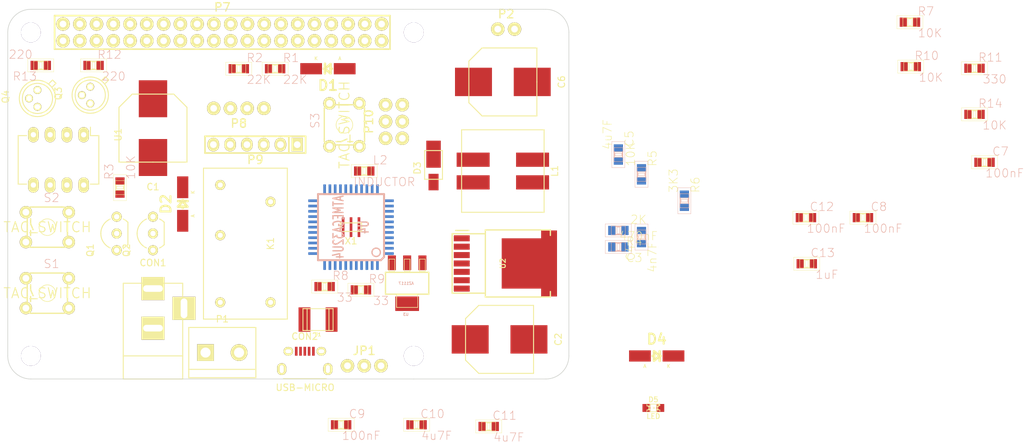
<source format=kicad_pcb>
(kicad_pcb (version 4) (host pcbnew "(2015-06-26 BZR 5832)-product")

  (general
    (links 153)
    (no_connects 153)
    (area 101.399 91.776 264.585736 160.97545)
    (thickness 1.6)
    (drawings 10)
    (tracks 0)
    (zones 0)
    (modules 61)
    (nets 96)
  )

  (page A4)
  (layers
    (0 F.Cu signal)
    (31 B.Cu signal)
    (32 B.Adhes user)
    (33 F.Adhes user)
    (34 B.Paste user)
    (35 F.Paste user)
    (36 B.SilkS user)
    (37 F.SilkS user)
    (38 B.Mask user)
    (39 F.Mask user)
    (40 Dwgs.User user)
    (41 Cmts.User user)
    (42 Eco1.User user)
    (43 Eco2.User user)
    (44 Edge.Cuts user)
    (45 Margin user)
    (46 B.CrtYd user)
    (47 F.CrtYd user)
    (48 B.Fab user)
    (49 F.Fab user)
  )

  (setup
    (last_trace_width 0.25)
    (trace_clearance 0.2)
    (zone_clearance 0.508)
    (zone_45_only no)
    (trace_min 0.2)
    (segment_width 0.2)
    (edge_width 0.1)
    (via_size 0.6)
    (via_drill 0.4)
    (via_min_size 0.4)
    (via_min_drill 0.3)
    (uvia_size 0.3)
    (uvia_drill 0.1)
    (uvias_allowed no)
    (uvia_min_size 0.2)
    (uvia_min_drill 0.1)
    (pcb_text_width 0.3)
    (pcb_text_size 1.5 1.5)
    (mod_edge_width 0.15)
    (mod_text_size 1 1)
    (mod_text_width 0.15)
    (pad_size 1.5 1.5)
    (pad_drill 0.6)
    (pad_to_mask_clearance 0)
    (aux_axis_origin 0 0)
    (visible_elements FFFFFF7F)
    (pcbplotparams
      (layerselection 0x00030_80000001)
      (usegerberextensions false)
      (excludeedgelayer true)
      (linewidth 0.100000)
      (plotframeref false)
      (viasonmask false)
      (mode 1)
      (useauxorigin false)
      (hpglpennumber 1)
      (hpglpenspeed 20)
      (hpglpendiameter 15)
      (hpglpenoverlay 2)
      (psnegative false)
      (psa4output false)
      (plotreference true)
      (plotvalue true)
      (plotinvisibletext false)
      (padsonsilk false)
      (subtractmaskfromsilk false)
      (outputformat 1)
      (mirror false)
      (drillshape 1)
      (scaleselection 1)
      (outputdirectory ""))
  )

  (net 0 "")
  (net 1 "Net-(C1-Pad1)")
  (net 2 E2)
  (net 3 "Net-(C3-Pad1)")
  (net 4 "Net-(C4-Pad1)")
  (net 5 "Net-(C5-Pad1)")
  (net 6 "Net-(C5-Pad2)")
  (net 7 5V)
  (net 8 3V3)
  (net 9 RESET)
  (net 10 "Net-(C8-Pad1)")
  (net 11 "Net-(C10-Pad1)")
  (net 12 "Net-(C12-Pad1)")
  (net 13 "Net-(C13-Pad1)")
  (net 14 "Net-(CON2-Pad3)")
  (net 15 "Net-(CON2-Pad4)")
  (net 16 "Net-(CON2-Pad2)")
  (net 17 "Net-(CON2-Pad1)")
  (net 18 A0)
  (net 19 "Net-(D1-Pad2)")
  (net 20 "Net-(D2-Pad1)")
  (net 21 E1)
  (net 22 "Net-(D5-Pad1)")
  (net 23 "Net-(D5-Pad2)")
  (net 24 VBUS)
  (net 25 "Net-(K1-Pad1)")
  (net 26 "Net-(P3-Pad1)")
  (net 27 "Net-(P4-Pad1)")
  (net 28 "Net-(P5-Pad1)")
  (net 29 "Net-(P6-Pad1)")
  (net 30 "Net-(P7-Pad1)")
  (net 31 "Net-(P7-Pad2)")
  (net 32 SDA)
  (net 33 "Net-(P7-Pad4)")
  (net 34 SCL)
  (net 35 "Net-(P7-Pad7)")
  (net 36 "Net-(P7-Pad8)")
  (net 37 "Net-(P7-Pad10)")
  (net 38 "Net-(P7-Pad11)")
  (net 39 "Net-(P7-Pad12)")
  (net 40 "Net-(P7-Pad13)")
  (net 41 "Net-(P7-Pad15)")
  (net 42 "Net-(P7-Pad16)")
  (net 43 "Net-(P7-Pad17)")
  (net 44 "Net-(P7-Pad18)")
  (net 45 "Net-(P7-Pad19)")
  (net 46 "Net-(P7-Pad21)")
  (net 47 "Net-(P7-Pad22)")
  (net 48 "Net-(P7-Pad23)")
  (net 49 "Net-(P7-Pad24)")
  (net 50 "Net-(P7-Pad26)")
  (net 51 "Net-(P7-Pad27)")
  (net 52 "Net-(P7-Pad28)")
  (net 53 "Net-(P7-Pad29)")
  (net 54 "Net-(P7-Pad31)")
  (net 55 "Net-(P7-Pad32)")
  (net 56 "Net-(P7-Pad33)")
  (net 57 "Net-(P7-Pad35)")
  (net 58 "Net-(P7-Pad37)")
  (net 59 "Net-(P7-Pad38)")
  (net 60 "Net-(P7-Pad40)")
  (net 61 D6)
  (net 62 D10)
  (net 63 D11)
  (net 64 D9)
  (net 65 MISO)
  (net 66 SCK)
  (net 67 MOSI)
  (net 68 C2)
  (net 69 "Net-(Q1-Pad1)")
  (net 70 "Net-(Q3-Pad1)")
  (net 71 /RPiAndArduino/startup)
  (net 72 "Net-(Q4-Pad1)")
  (net 73 /RPiAndArduino/shutdown)
  (net 74 "Net-(R5-Pad1)")
  (net 75 D-)
  (net 76 D+)
  (net 77 "Net-(R10-Pad2)")
  (net 78 D5)
  (net 79 D12)
  (net 80 "Net-(U2-Pad6)")
  (net 81 "Net-(U4-Pad39)")
  (net 82 "Net-(U4-Pad40)")
  (net 83 "Net-(U4-Pad41)")
  (net 84 "Net-(U4-Pad38)")
  (net 85 "Net-(U4-Pad37)")
  (net 86 "Net-(U4-Pad17)")
  (net 87 "Net-(U4-Pad16)")
  (net 88 "Net-(U4-Pad20)")
  (net 89 "Net-(U4-Pad21)")
  (net 90 "Net-(U4-Pad22)")
  (net 91 "Net-(U4-Pad28)")
  (net 92 "Net-(U4-Pad8)")
  (net 93 "Net-(U4-Pad25)")
  (net 94 "Net-(U4-Pad1)")
  (net 95 C1)

  (net_class Default "This is the default net class."
    (clearance 0.2)
    (trace_width 0.25)
    (via_dia 0.6)
    (via_drill 0.4)
    (uvia_dia 0.3)
    (uvia_drill 0.1)
    (add_net /RPiAndArduino/shutdown)
    (add_net /RPiAndArduino/startup)
    (add_net 3V3)
    (add_net 5V)
    (add_net A0)
    (add_net C1)
    (add_net C2)
    (add_net D+)
    (add_net D-)
    (add_net D10)
    (add_net D11)
    (add_net D12)
    (add_net D5)
    (add_net D6)
    (add_net D9)
    (add_net E1)
    (add_net E2)
    (add_net MISO)
    (add_net MOSI)
    (add_net "Net-(C1-Pad1)")
    (add_net "Net-(C10-Pad1)")
    (add_net "Net-(C12-Pad1)")
    (add_net "Net-(C13-Pad1)")
    (add_net "Net-(C3-Pad1)")
    (add_net "Net-(C4-Pad1)")
    (add_net "Net-(C5-Pad1)")
    (add_net "Net-(C5-Pad2)")
    (add_net "Net-(C8-Pad1)")
    (add_net "Net-(CON2-Pad1)")
    (add_net "Net-(CON2-Pad2)")
    (add_net "Net-(CON2-Pad3)")
    (add_net "Net-(CON2-Pad4)")
    (add_net "Net-(D1-Pad2)")
    (add_net "Net-(D2-Pad1)")
    (add_net "Net-(D5-Pad1)")
    (add_net "Net-(D5-Pad2)")
    (add_net "Net-(K1-Pad1)")
    (add_net "Net-(P3-Pad1)")
    (add_net "Net-(P4-Pad1)")
    (add_net "Net-(P5-Pad1)")
    (add_net "Net-(P6-Pad1)")
    (add_net "Net-(P7-Pad1)")
    (add_net "Net-(P7-Pad10)")
    (add_net "Net-(P7-Pad11)")
    (add_net "Net-(P7-Pad12)")
    (add_net "Net-(P7-Pad13)")
    (add_net "Net-(P7-Pad15)")
    (add_net "Net-(P7-Pad16)")
    (add_net "Net-(P7-Pad17)")
    (add_net "Net-(P7-Pad18)")
    (add_net "Net-(P7-Pad19)")
    (add_net "Net-(P7-Pad2)")
    (add_net "Net-(P7-Pad21)")
    (add_net "Net-(P7-Pad22)")
    (add_net "Net-(P7-Pad23)")
    (add_net "Net-(P7-Pad24)")
    (add_net "Net-(P7-Pad26)")
    (add_net "Net-(P7-Pad27)")
    (add_net "Net-(P7-Pad28)")
    (add_net "Net-(P7-Pad29)")
    (add_net "Net-(P7-Pad31)")
    (add_net "Net-(P7-Pad32)")
    (add_net "Net-(P7-Pad33)")
    (add_net "Net-(P7-Pad35)")
    (add_net "Net-(P7-Pad37)")
    (add_net "Net-(P7-Pad38)")
    (add_net "Net-(P7-Pad4)")
    (add_net "Net-(P7-Pad40)")
    (add_net "Net-(P7-Pad7)")
    (add_net "Net-(P7-Pad8)")
    (add_net "Net-(Q1-Pad1)")
    (add_net "Net-(Q3-Pad1)")
    (add_net "Net-(Q4-Pad1)")
    (add_net "Net-(R10-Pad2)")
    (add_net "Net-(R5-Pad1)")
    (add_net "Net-(U2-Pad6)")
    (add_net "Net-(U4-Pad1)")
    (add_net "Net-(U4-Pad16)")
    (add_net "Net-(U4-Pad17)")
    (add_net "Net-(U4-Pad20)")
    (add_net "Net-(U4-Pad21)")
    (add_net "Net-(U4-Pad22)")
    (add_net "Net-(U4-Pad25)")
    (add_net "Net-(U4-Pad28)")
    (add_net "Net-(U4-Pad37)")
    (add_net "Net-(U4-Pad38)")
    (add_net "Net-(U4-Pad39)")
    (add_net "Net-(U4-Pad40)")
    (add_net "Net-(U4-Pad41)")
    (add_net "Net-(U4-Pad8)")
    (add_net RESET)
    (add_net SCK)
    (add_net SCL)
    (add_net SDA)
    (add_net VBUS)
  )

  (module frep:TO-92_Inline_Wide (layer F.Cu) (tedit 57224CFF) (tstamp 571FC78E)
    (at 125 131.5 90)
    (descr "TO-92 leads in-line, wide, drill 0.8mm (see NXP sot054_po.pdf)")
    (tags "to-92 sc-43 sc-43a sot54 PA33 transistor")
    (path /571E5BEC)
    (fp_text reference Q2 (at 0 -4 270) (layer F.SilkS)
      (effects (font (size 1 1) (thickness 0.15)))
    )
    (fp_text value 2N3904 (at 0 3 90) (layer F.Fab)
      (effects (font (size 1 1) (thickness 0.15)))
    )
    (fp_arc (start 2.54 0) (end 0.84 1.7) (angle 20.5) (layer F.SilkS) (width 0.15))
    (fp_arc (start 2.54 0) (end 4.24 1.7) (angle -20.5) (layer F.SilkS) (width 0.15))
    (fp_line (start -1 1.95) (end -1 -2.65) (layer F.CrtYd) (width 0.05))
    (fp_line (start -1 1.95) (end 6.1 1.95) (layer F.CrtYd) (width 0.05))
    (fp_line (start 0.84 1.7) (end 4.24 1.7) (layer F.SilkS) (width 0.15))
    (fp_arc (start 2.54 0) (end 2.54 -2.4) (angle -65.55604127) (layer F.SilkS) (width 0.15))
    (fp_arc (start 2.54 0) (end 2.54 -2.4) (angle 65.55604127) (layer F.SilkS) (width 0.15))
    (fp_line (start -1 -2.65) (end 6.1 -2.65) (layer F.CrtYd) (width 0.05))
    (fp_line (start 6.1 1.95) (end 6.1 -2.65) (layer F.CrtYd) (width 0.05))
    (pad 3 thru_hole circle (at 2.54 0 180) (size 1.524 1.524) (drill 0.8) (layers *.Cu *.Mask F.SilkS)
      (net 69 "Net-(Q1-Pad1)"))
    (pad 2 thru_hole circle (at 5.08 0 180) (size 1.524 1.524) (drill 0.8) (layers *.Cu *.Mask F.SilkS)
      (net 20 "Net-(D2-Pad1)"))
    (pad 1 thru_hole circle (at 0 0 180) (size 1.524 1.524) (drill 0.8) (layers *.Cu *.Mask F.SilkS)
      (net 2 E2))
    (model TO_SOT_Packages_THT.3dshapes/TO-92_Inline_Wide.wrl
      (at (xyz 0.1 0 0))
      (scale (xyz 1 1 1))
      (rotate (xyz 0 0 -90))
    )
  )

  (module frep:TO-92_Inline_Wide (layer F.Cu) (tedit 57224CA6) (tstamp 571FC787)
    (at 119.5 131.5 90)
    (descr "TO-92 leads in-line, wide, drill 0.8mm (see NXP sot054_po.pdf)")
    (tags "to-92 sc-43 sc-43a sot54 PA33 transistor")
    (path /571E5C3A)
    (fp_text reference Q1 (at 0 -4 270) (layer F.SilkS)
      (effects (font (size 1 1) (thickness 0.15)))
    )
    (fp_text value 2N3904 (at 0 3 90) (layer F.Fab)
      (effects (font (size 1 1) (thickness 0.15)))
    )
    (fp_arc (start 2.54 0) (end 0.84 1.7) (angle 20.5) (layer F.SilkS) (width 0.15))
    (fp_arc (start 2.54 0) (end 4.24 1.7) (angle -20.5) (layer F.SilkS) (width 0.15))
    (fp_line (start -1 1.95) (end -1 -2.65) (layer F.CrtYd) (width 0.05))
    (fp_line (start -1 1.95) (end 6.1 1.95) (layer F.CrtYd) (width 0.05))
    (fp_line (start 0.84 1.7) (end 4.24 1.7) (layer F.SilkS) (width 0.15))
    (fp_arc (start 2.54 0) (end 2.54 -2.4) (angle -65.55604127) (layer F.SilkS) (width 0.15))
    (fp_arc (start 2.54 0) (end 2.54 -2.4) (angle 65.55604127) (layer F.SilkS) (width 0.15))
    (fp_line (start -1 -2.65) (end 6.1 -2.65) (layer F.CrtYd) (width 0.05))
    (fp_line (start 6.1 1.95) (end 6.1 -2.65) (layer F.CrtYd) (width 0.05))
    (pad 3 thru_hole circle (at 2.54 0 180) (size 1.524 1.524) (drill 0.8) (layers *.Cu *.Mask F.SilkS)
      (net 68 C2))
    (pad 2 thru_hole circle (at 5.08 0 180) (size 1.524 1.524) (drill 0.8) (layers *.Cu *.Mask F.SilkS)
      (net 20 "Net-(D2-Pad1)"))
    (pad 1 thru_hole circle (at 0 0 180) (size 1.524 1.524) (drill 0.8) (layers *.Cu *.Mask F.SilkS)
      (net 69 "Net-(Q1-Pad1)"))
    (model TO_SOT_Packages_THT.3dshapes/TO-92_Inline_Wide.wrl
      (at (xyz 0.1 0 0))
      (scale (xyz 1 1 1))
      (rotate (xyz 0 0 -90))
    )
  )

  (module frep:Cap_Nichicon (layer F.Cu) (tedit 55EACC95) (tstamp 571FC67A)
    (at 125 113)
    (path /571E7ED0)
    (fp_text reference C1 (at 0 8.9) (layer F.SilkS)
      (effects (font (size 1 1) (thickness 0.15)))
    )
    (fp_text value 100uF (at 0.1 -8.8) (layer F.Fab)
      (effects (font (size 1 1) (thickness 0.15)))
    )
    (fp_line (start 0 5.15) (end -5.15 5.15) (layer F.SilkS) (width 0.15))
    (fp_line (start -5.15 5.15) (end -5.15 -3.15) (layer F.SilkS) (width 0.15))
    (fp_line (start -5.15 -3.15) (end -3.15 -5.15) (layer F.SilkS) (width 0.15))
    (fp_line (start -3.15 -5.15) (end 3.15 -5.15) (layer F.SilkS) (width 0.15))
    (fp_line (start 3.15 -5.15) (end 5.15 -3.15) (layer F.SilkS) (width 0.15))
    (fp_line (start 5.15 -3.15) (end 5.15 5.15) (layer F.SilkS) (width 0.15))
    (fp_line (start 5.15 5.15) (end 0 5.15) (layer F.SilkS) (width 0.15))
    (pad 1 smd rect (at 0 -4.45) (size 4.3 5.6) (layers F.Cu F.Paste F.Mask)
      (net 1 "Net-(C1-Pad1)"))
    (pad 2 smd rect (at 0 4.45) (size 4.3 5.6) (layers F.Cu F.Paste F.Mask)
      (net 2 E2))
  )

  (module frep:Cap_Nichicon (layer F.Cu) (tedit 55EACC95) (tstamp 571FC680)
    (at 177.5 145 90)
    (path /571E8FEB)
    (fp_text reference C2 (at 0 8.9 90) (layer F.SilkS)
      (effects (font (size 1 1) (thickness 0.15)))
    )
    (fp_text value 100uF (at 0.1 -8.8 90) (layer F.Fab)
      (effects (font (size 1 1) (thickness 0.15)))
    )
    (fp_line (start 0 5.15) (end -5.15 5.15) (layer F.SilkS) (width 0.15))
    (fp_line (start -5.15 5.15) (end -5.15 -3.15) (layer F.SilkS) (width 0.15))
    (fp_line (start -5.15 -3.15) (end -3.15 -5.15) (layer F.SilkS) (width 0.15))
    (fp_line (start -3.15 -5.15) (end 3.15 -5.15) (layer F.SilkS) (width 0.15))
    (fp_line (start 3.15 -5.15) (end 5.15 -3.15) (layer F.SilkS) (width 0.15))
    (fp_line (start 5.15 -3.15) (end 5.15 5.15) (layer F.SilkS) (width 0.15))
    (fp_line (start 5.15 5.15) (end 0 5.15) (layer F.SilkS) (width 0.15))
    (pad 1 smd rect (at 0 -4.45 90) (size 4.3 5.6) (layers F.Cu F.Paste F.Mask)
      (net 95 C1))
    (pad 2 smd rect (at 0 4.45 90) (size 4.3 5.6) (layers F.Cu F.Paste F.Mask)
      (net 2 E2))
  )

  (module frep:C0805 (layer B.Cu) (tedit 0) (tstamp 571FC686)
    (at 195.5 131)
    (descr RESISTOR)
    (tags RESISTOR)
    (path /571E97EB)
    (attr smd)
    (fp_text reference C3 (at 2.413 1.651) (layer F.SilkS)
      (effects (font (size 1.27 1.27) (thickness 0.0889)))
    )
    (fp_text value 470nF (at 3.048 -1.651) (layer F.SilkS)
      (effects (font (size 1.27 1.27) (thickness 0.0889)))
    )
    (fp_line (start 0.4064 -0.6985) (end 1.0541 -0.6985) (layer B.SilkS) (width 0.06604))
    (fp_line (start 1.0541 -0.6985) (end 1.0541 0.70104) (layer B.SilkS) (width 0.06604))
    (fp_line (start 0.4064 0.70104) (end 1.0541 0.70104) (layer B.SilkS) (width 0.06604))
    (fp_line (start 0.4064 -0.6985) (end 0.4064 0.70104) (layer B.SilkS) (width 0.06604))
    (fp_line (start -1.0668 -0.6985) (end -0.41656 -0.6985) (layer B.SilkS) (width 0.06604))
    (fp_line (start -0.41656 -0.6985) (end -0.41656 0.70104) (layer B.SilkS) (width 0.06604))
    (fp_line (start -1.0668 0.70104) (end -0.41656 0.70104) (layer B.SilkS) (width 0.06604))
    (fp_line (start -1.0668 -0.6985) (end -1.0668 0.70104) (layer B.SilkS) (width 0.06604))
    (fp_line (start -0.19812 -0.49784) (end 0.19812 -0.49784) (layer B.SilkS) (width 0.06604))
    (fp_line (start 0.19812 -0.49784) (end 0.19812 0.49784) (layer B.SilkS) (width 0.06604))
    (fp_line (start -0.19812 0.49784) (end 0.19812 0.49784) (layer B.SilkS) (width 0.06604))
    (fp_line (start -0.19812 -0.49784) (end -0.19812 0.49784) (layer B.SilkS) (width 0.06604))
    (fp_line (start -0.40894 0.635) (end 0.40894 0.635) (layer B.SilkS) (width 0.1524))
    (fp_line (start -0.40894 -0.635) (end 0.40894 -0.635) (layer B.SilkS) (width 0.1524))
    (fp_line (start -1.97104 0.98298) (end 1.97104 0.98298) (layer B.SilkS) (width 0.0508))
    (fp_line (start 1.97104 0.98298) (end 1.97104 -0.98298) (layer B.SilkS) (width 0.0508))
    (fp_line (start 1.97104 -0.98298) (end -1.97104 -0.98298) (layer B.SilkS) (width 0.0508))
    (fp_line (start -1.97104 -0.98298) (end -1.97104 0.98298) (layer B.SilkS) (width 0.0508))
    (pad 1 smd rect (at -0.99822 0) (size 1.09982 1.39954) (layers B.Cu B.Paste B.Mask)
      (net 3 "Net-(C3-Pad1)"))
    (pad 2 smd rect (at 0.99822 0) (size 1.09982 1.39954) (layers B.Cu B.Paste B.Mask)
      (net 2 E2))
  )

  (module frep:C0805 (layer B.Cu) (tedit 0) (tstamp 571FC68C)
    (at 199 129.5 270)
    (descr RESISTOR)
    (tags RESISTOR)
    (path /571E9840)
    (attr smd)
    (fp_text reference C4 (at 2.413 1.651 270) (layer F.SilkS)
      (effects (font (size 1.27 1.27) (thickness 0.0889)))
    )
    (fp_text value 4n7F (at 3.048 -1.651 270) (layer F.SilkS)
      (effects (font (size 1.27 1.27) (thickness 0.0889)))
    )
    (fp_line (start 0.4064 -0.6985) (end 1.0541 -0.6985) (layer B.SilkS) (width 0.06604))
    (fp_line (start 1.0541 -0.6985) (end 1.0541 0.70104) (layer B.SilkS) (width 0.06604))
    (fp_line (start 0.4064 0.70104) (end 1.0541 0.70104) (layer B.SilkS) (width 0.06604))
    (fp_line (start 0.4064 -0.6985) (end 0.4064 0.70104) (layer B.SilkS) (width 0.06604))
    (fp_line (start -1.0668 -0.6985) (end -0.41656 -0.6985) (layer B.SilkS) (width 0.06604))
    (fp_line (start -0.41656 -0.6985) (end -0.41656 0.70104) (layer B.SilkS) (width 0.06604))
    (fp_line (start -1.0668 0.70104) (end -0.41656 0.70104) (layer B.SilkS) (width 0.06604))
    (fp_line (start -1.0668 -0.6985) (end -1.0668 0.70104) (layer B.SilkS) (width 0.06604))
    (fp_line (start -0.19812 -0.49784) (end 0.19812 -0.49784) (layer B.SilkS) (width 0.06604))
    (fp_line (start 0.19812 -0.49784) (end 0.19812 0.49784) (layer B.SilkS) (width 0.06604))
    (fp_line (start -0.19812 0.49784) (end 0.19812 0.49784) (layer B.SilkS) (width 0.06604))
    (fp_line (start -0.19812 -0.49784) (end -0.19812 0.49784) (layer B.SilkS) (width 0.06604))
    (fp_line (start -0.40894 0.635) (end 0.40894 0.635) (layer B.SilkS) (width 0.1524))
    (fp_line (start -0.40894 -0.635) (end 0.40894 -0.635) (layer B.SilkS) (width 0.1524))
    (fp_line (start -1.97104 0.98298) (end 1.97104 0.98298) (layer B.SilkS) (width 0.0508))
    (fp_line (start 1.97104 0.98298) (end 1.97104 -0.98298) (layer B.SilkS) (width 0.0508))
    (fp_line (start 1.97104 -0.98298) (end -1.97104 -0.98298) (layer B.SilkS) (width 0.0508))
    (fp_line (start -1.97104 -0.98298) (end -1.97104 0.98298) (layer B.SilkS) (width 0.0508))
    (pad 1 smd rect (at -0.99822 0 270) (size 1.09982 1.39954) (layers B.Cu B.Paste B.Mask)
      (net 4 "Net-(C4-Pad1)"))
    (pad 2 smd rect (at 0.99822 0 270) (size 1.09982 1.39954) (layers B.Cu B.Paste B.Mask)
      (net 2 E2))
  )

  (module frep:C0805 (layer B.Cu) (tedit 0) (tstamp 571FC692)
    (at 195.5 117 90)
    (descr RESISTOR)
    (tags RESISTOR)
    (path /571E9EEB)
    (attr smd)
    (fp_text reference C5 (at 2.413 1.651 90) (layer F.SilkS)
      (effects (font (size 1.27 1.27) (thickness 0.0889)))
    )
    (fp_text value 4u7F (at 3.048 -1.651 90) (layer F.SilkS)
      (effects (font (size 1.27 1.27) (thickness 0.0889)))
    )
    (fp_line (start 0.4064 -0.6985) (end 1.0541 -0.6985) (layer B.SilkS) (width 0.06604))
    (fp_line (start 1.0541 -0.6985) (end 1.0541 0.70104) (layer B.SilkS) (width 0.06604))
    (fp_line (start 0.4064 0.70104) (end 1.0541 0.70104) (layer B.SilkS) (width 0.06604))
    (fp_line (start 0.4064 -0.6985) (end 0.4064 0.70104) (layer B.SilkS) (width 0.06604))
    (fp_line (start -1.0668 -0.6985) (end -0.41656 -0.6985) (layer B.SilkS) (width 0.06604))
    (fp_line (start -0.41656 -0.6985) (end -0.41656 0.70104) (layer B.SilkS) (width 0.06604))
    (fp_line (start -1.0668 0.70104) (end -0.41656 0.70104) (layer B.SilkS) (width 0.06604))
    (fp_line (start -1.0668 -0.6985) (end -1.0668 0.70104) (layer B.SilkS) (width 0.06604))
    (fp_line (start -0.19812 -0.49784) (end 0.19812 -0.49784) (layer B.SilkS) (width 0.06604))
    (fp_line (start 0.19812 -0.49784) (end 0.19812 0.49784) (layer B.SilkS) (width 0.06604))
    (fp_line (start -0.19812 0.49784) (end 0.19812 0.49784) (layer B.SilkS) (width 0.06604))
    (fp_line (start -0.19812 -0.49784) (end -0.19812 0.49784) (layer B.SilkS) (width 0.06604))
    (fp_line (start -0.40894 0.635) (end 0.40894 0.635) (layer B.SilkS) (width 0.1524))
    (fp_line (start -0.40894 -0.635) (end 0.40894 -0.635) (layer B.SilkS) (width 0.1524))
    (fp_line (start -1.97104 0.98298) (end 1.97104 0.98298) (layer B.SilkS) (width 0.0508))
    (fp_line (start 1.97104 0.98298) (end 1.97104 -0.98298) (layer B.SilkS) (width 0.0508))
    (fp_line (start 1.97104 -0.98298) (end -1.97104 -0.98298) (layer B.SilkS) (width 0.0508))
    (fp_line (start -1.97104 -0.98298) (end -1.97104 0.98298) (layer B.SilkS) (width 0.0508))
    (pad 1 smd rect (at -0.99822 0 90) (size 1.09982 1.39954) (layers B.Cu B.Paste B.Mask)
      (net 5 "Net-(C5-Pad1)"))
    (pad 2 smd rect (at 0.99822 0 90) (size 1.09982 1.39954) (layers B.Cu B.Paste B.Mask)
      (net 6 "Net-(C5-Pad2)"))
  )

  (module frep:Cap_Nichicon (layer F.Cu) (tedit 55EACC95) (tstamp 571FC698)
    (at 178 106 90)
    (path /571EA4D1)
    (fp_text reference C6 (at 0 8.9 90) (layer F.SilkS)
      (effects (font (size 1 1) (thickness 0.15)))
    )
    (fp_text value 100uF (at 0.1 -8.8 90) (layer F.Fab)
      (effects (font (size 1 1) (thickness 0.15)))
    )
    (fp_line (start 0 5.15) (end -5.15 5.15) (layer F.SilkS) (width 0.15))
    (fp_line (start -5.15 5.15) (end -5.15 -3.15) (layer F.SilkS) (width 0.15))
    (fp_line (start -5.15 -3.15) (end -3.15 -5.15) (layer F.SilkS) (width 0.15))
    (fp_line (start -3.15 -5.15) (end 3.15 -5.15) (layer F.SilkS) (width 0.15))
    (fp_line (start 3.15 -5.15) (end 5.15 -3.15) (layer F.SilkS) (width 0.15))
    (fp_line (start 5.15 -3.15) (end 5.15 5.15) (layer F.SilkS) (width 0.15))
    (fp_line (start 5.15 5.15) (end 0 5.15) (layer F.SilkS) (width 0.15))
    (pad 1 smd rect (at 0 -4.45 90) (size 4.3 5.6) (layers F.Cu F.Paste F.Mask)
      (net 7 5V))
    (pad 2 smd rect (at 0 4.45 90) (size 4.3 5.6) (layers F.Cu F.Paste F.Mask)
      (net 2 E2))
  )

  (module frep:C0805 (layer F.Cu) (tedit 0) (tstamp 571FC69E)
    (at 250.963 118.176)
    (descr RESISTOR)
    (tags RESISTOR)
    (path /571EAEFC/571FA999)
    (attr smd)
    (fp_text reference C7 (at 2.413 -1.651) (layer B.SilkS)
      (effects (font (size 1.27 1.27) (thickness 0.0889)))
    )
    (fp_text value 100nF (at 3.048 1.651) (layer B.SilkS)
      (effects (font (size 1.27 1.27) (thickness 0.0889)))
    )
    (fp_line (start 0.4064 0.6985) (end 1.0541 0.6985) (layer F.SilkS) (width 0.06604))
    (fp_line (start 1.0541 0.6985) (end 1.0541 -0.70104) (layer F.SilkS) (width 0.06604))
    (fp_line (start 0.4064 -0.70104) (end 1.0541 -0.70104) (layer F.SilkS) (width 0.06604))
    (fp_line (start 0.4064 0.6985) (end 0.4064 -0.70104) (layer F.SilkS) (width 0.06604))
    (fp_line (start -1.0668 0.6985) (end -0.41656 0.6985) (layer F.SilkS) (width 0.06604))
    (fp_line (start -0.41656 0.6985) (end -0.41656 -0.70104) (layer F.SilkS) (width 0.06604))
    (fp_line (start -1.0668 -0.70104) (end -0.41656 -0.70104) (layer F.SilkS) (width 0.06604))
    (fp_line (start -1.0668 0.6985) (end -1.0668 -0.70104) (layer F.SilkS) (width 0.06604))
    (fp_line (start -0.19812 0.49784) (end 0.19812 0.49784) (layer F.SilkS) (width 0.06604))
    (fp_line (start 0.19812 0.49784) (end 0.19812 -0.49784) (layer F.SilkS) (width 0.06604))
    (fp_line (start -0.19812 -0.49784) (end 0.19812 -0.49784) (layer F.SilkS) (width 0.06604))
    (fp_line (start -0.19812 0.49784) (end -0.19812 -0.49784) (layer F.SilkS) (width 0.06604))
    (fp_line (start -0.40894 -0.635) (end 0.40894 -0.635) (layer F.SilkS) (width 0.1524))
    (fp_line (start -0.40894 0.635) (end 0.40894 0.635) (layer F.SilkS) (width 0.1524))
    (fp_line (start -1.97104 -0.98298) (end 1.97104 -0.98298) (layer F.SilkS) (width 0.0508))
    (fp_line (start 1.97104 -0.98298) (end 1.97104 0.98298) (layer F.SilkS) (width 0.0508))
    (fp_line (start 1.97104 0.98298) (end -1.97104 0.98298) (layer F.SilkS) (width 0.0508))
    (fp_line (start -1.97104 0.98298) (end -1.97104 -0.98298) (layer F.SilkS) (width 0.0508))
    (pad 1 smd rect (at -0.99822 0) (size 1.09982 1.39954) (layers F.Cu F.Paste F.Mask)
      (net 8 3V3))
    (pad 2 smd rect (at 0.99822 0) (size 1.09982 1.39954) (layers F.Cu F.Paste F.Mask)
      (net 9 RESET))
  )

  (module frep:C0805 (layer F.Cu) (tedit 0) (tstamp 571FC6A4)
    (at 232.548 126.558)
    (descr RESISTOR)
    (tags RESISTOR)
    (path /571EAEFC/571F9115)
    (attr smd)
    (fp_text reference C8 (at 2.413 -1.651) (layer B.SilkS)
      (effects (font (size 1.27 1.27) (thickness 0.0889)))
    )
    (fp_text value 100nF (at 3.048 1.651) (layer B.SilkS)
      (effects (font (size 1.27 1.27) (thickness 0.0889)))
    )
    (fp_line (start 0.4064 0.6985) (end 1.0541 0.6985) (layer F.SilkS) (width 0.06604))
    (fp_line (start 1.0541 0.6985) (end 1.0541 -0.70104) (layer F.SilkS) (width 0.06604))
    (fp_line (start 0.4064 -0.70104) (end 1.0541 -0.70104) (layer F.SilkS) (width 0.06604))
    (fp_line (start 0.4064 0.6985) (end 0.4064 -0.70104) (layer F.SilkS) (width 0.06604))
    (fp_line (start -1.0668 0.6985) (end -0.41656 0.6985) (layer F.SilkS) (width 0.06604))
    (fp_line (start -0.41656 0.6985) (end -0.41656 -0.70104) (layer F.SilkS) (width 0.06604))
    (fp_line (start -1.0668 -0.70104) (end -0.41656 -0.70104) (layer F.SilkS) (width 0.06604))
    (fp_line (start -1.0668 0.6985) (end -1.0668 -0.70104) (layer F.SilkS) (width 0.06604))
    (fp_line (start -0.19812 0.49784) (end 0.19812 0.49784) (layer F.SilkS) (width 0.06604))
    (fp_line (start 0.19812 0.49784) (end 0.19812 -0.49784) (layer F.SilkS) (width 0.06604))
    (fp_line (start -0.19812 -0.49784) (end 0.19812 -0.49784) (layer F.SilkS) (width 0.06604))
    (fp_line (start -0.19812 0.49784) (end -0.19812 -0.49784) (layer F.SilkS) (width 0.06604))
    (fp_line (start -0.40894 -0.635) (end 0.40894 -0.635) (layer F.SilkS) (width 0.1524))
    (fp_line (start -0.40894 0.635) (end 0.40894 0.635) (layer F.SilkS) (width 0.1524))
    (fp_line (start -1.97104 -0.98298) (end 1.97104 -0.98298) (layer F.SilkS) (width 0.0508))
    (fp_line (start 1.97104 -0.98298) (end 1.97104 0.98298) (layer F.SilkS) (width 0.0508))
    (fp_line (start 1.97104 0.98298) (end -1.97104 0.98298) (layer F.SilkS) (width 0.0508))
    (fp_line (start -1.97104 0.98298) (end -1.97104 -0.98298) (layer F.SilkS) (width 0.0508))
    (pad 1 smd rect (at -0.99822 0) (size 1.09982 1.39954) (layers F.Cu F.Paste F.Mask)
      (net 10 "Net-(C8-Pad1)"))
    (pad 2 smd rect (at 0.99822 0) (size 1.09982 1.39954) (layers F.Cu F.Paste F.Mask)
      (net 2 E2))
  )

  (module frep:C0805 (layer F.Cu) (tedit 0) (tstamp 571FC6AA)
    (at 153.5 157.937)
    (descr RESISTOR)
    (tags RESISTOR)
    (path /571EAEFC/571ECEAC)
    (attr smd)
    (fp_text reference C9 (at 2.413 -1.651) (layer B.SilkS)
      (effects (font (size 1.27 1.27) (thickness 0.0889)))
    )
    (fp_text value 100nF (at 3.048 1.651) (layer B.SilkS)
      (effects (font (size 1.27 1.27) (thickness 0.0889)))
    )
    (fp_line (start 0.4064 0.6985) (end 1.0541 0.6985) (layer F.SilkS) (width 0.06604))
    (fp_line (start 1.0541 0.6985) (end 1.0541 -0.70104) (layer F.SilkS) (width 0.06604))
    (fp_line (start 0.4064 -0.70104) (end 1.0541 -0.70104) (layer F.SilkS) (width 0.06604))
    (fp_line (start 0.4064 0.6985) (end 0.4064 -0.70104) (layer F.SilkS) (width 0.06604))
    (fp_line (start -1.0668 0.6985) (end -0.41656 0.6985) (layer F.SilkS) (width 0.06604))
    (fp_line (start -0.41656 0.6985) (end -0.41656 -0.70104) (layer F.SilkS) (width 0.06604))
    (fp_line (start -1.0668 -0.70104) (end -0.41656 -0.70104) (layer F.SilkS) (width 0.06604))
    (fp_line (start -1.0668 0.6985) (end -1.0668 -0.70104) (layer F.SilkS) (width 0.06604))
    (fp_line (start -0.19812 0.49784) (end 0.19812 0.49784) (layer F.SilkS) (width 0.06604))
    (fp_line (start 0.19812 0.49784) (end 0.19812 -0.49784) (layer F.SilkS) (width 0.06604))
    (fp_line (start -0.19812 -0.49784) (end 0.19812 -0.49784) (layer F.SilkS) (width 0.06604))
    (fp_line (start -0.19812 0.49784) (end -0.19812 -0.49784) (layer F.SilkS) (width 0.06604))
    (fp_line (start -0.40894 -0.635) (end 0.40894 -0.635) (layer F.SilkS) (width 0.1524))
    (fp_line (start -0.40894 0.635) (end 0.40894 0.635) (layer F.SilkS) (width 0.1524))
    (fp_line (start -1.97104 -0.98298) (end 1.97104 -0.98298) (layer F.SilkS) (width 0.0508))
    (fp_line (start 1.97104 -0.98298) (end 1.97104 0.98298) (layer F.SilkS) (width 0.0508))
    (fp_line (start 1.97104 0.98298) (end -1.97104 0.98298) (layer F.SilkS) (width 0.0508))
    (fp_line (start -1.97104 0.98298) (end -1.97104 -0.98298) (layer F.SilkS) (width 0.0508))
    (pad 1 smd rect (at -0.99822 0) (size 1.09982 1.39954) (layers F.Cu F.Paste F.Mask)
      (net 11 "Net-(C10-Pad1)"))
    (pad 2 smd rect (at 0.99822 0) (size 1.09982 1.39954) (layers F.Cu F.Paste F.Mask)
      (net 2 E2))
  )

  (module frep:C0805 (layer F.Cu) (tedit 0) (tstamp 571FC6B0)
    (at 164.93 157.937)
    (descr RESISTOR)
    (tags RESISTOR)
    (path /571EAEFC/571ECEE0)
    (attr smd)
    (fp_text reference C10 (at 2.413 -1.651) (layer B.SilkS)
      (effects (font (size 1.27 1.27) (thickness 0.0889)))
    )
    (fp_text value 4u7F (at 3.048 1.651) (layer B.SilkS)
      (effects (font (size 1.27 1.27) (thickness 0.0889)))
    )
    (fp_line (start 0.4064 0.6985) (end 1.0541 0.6985) (layer F.SilkS) (width 0.06604))
    (fp_line (start 1.0541 0.6985) (end 1.0541 -0.70104) (layer F.SilkS) (width 0.06604))
    (fp_line (start 0.4064 -0.70104) (end 1.0541 -0.70104) (layer F.SilkS) (width 0.06604))
    (fp_line (start 0.4064 0.6985) (end 0.4064 -0.70104) (layer F.SilkS) (width 0.06604))
    (fp_line (start -1.0668 0.6985) (end -0.41656 0.6985) (layer F.SilkS) (width 0.06604))
    (fp_line (start -0.41656 0.6985) (end -0.41656 -0.70104) (layer F.SilkS) (width 0.06604))
    (fp_line (start -1.0668 -0.70104) (end -0.41656 -0.70104) (layer F.SilkS) (width 0.06604))
    (fp_line (start -1.0668 0.6985) (end -1.0668 -0.70104) (layer F.SilkS) (width 0.06604))
    (fp_line (start -0.19812 0.49784) (end 0.19812 0.49784) (layer F.SilkS) (width 0.06604))
    (fp_line (start 0.19812 0.49784) (end 0.19812 -0.49784) (layer F.SilkS) (width 0.06604))
    (fp_line (start -0.19812 -0.49784) (end 0.19812 -0.49784) (layer F.SilkS) (width 0.06604))
    (fp_line (start -0.19812 0.49784) (end -0.19812 -0.49784) (layer F.SilkS) (width 0.06604))
    (fp_line (start -0.40894 -0.635) (end 0.40894 -0.635) (layer F.SilkS) (width 0.1524))
    (fp_line (start -0.40894 0.635) (end 0.40894 0.635) (layer F.SilkS) (width 0.1524))
    (fp_line (start -1.97104 -0.98298) (end 1.97104 -0.98298) (layer F.SilkS) (width 0.0508))
    (fp_line (start 1.97104 -0.98298) (end 1.97104 0.98298) (layer F.SilkS) (width 0.0508))
    (fp_line (start 1.97104 0.98298) (end -1.97104 0.98298) (layer F.SilkS) (width 0.0508))
    (fp_line (start -1.97104 0.98298) (end -1.97104 -0.98298) (layer F.SilkS) (width 0.0508))
    (pad 1 smd rect (at -0.99822 0) (size 1.09982 1.39954) (layers F.Cu F.Paste F.Mask)
      (net 11 "Net-(C10-Pad1)"))
    (pad 2 smd rect (at 0.99822 0) (size 1.09982 1.39954) (layers F.Cu F.Paste F.Mask)
      (net 2 E2))
  )

  (module frep:C0805 (layer F.Cu) (tedit 0) (tstamp 571FC6B6)
    (at 175.852 158.191)
    (descr RESISTOR)
    (tags RESISTOR)
    (path /571EAEFC/571ECF87)
    (attr smd)
    (fp_text reference C11 (at 2.413 -1.651) (layer B.SilkS)
      (effects (font (size 1.27 1.27) (thickness 0.0889)))
    )
    (fp_text value 4u7F (at 3.048 1.651) (layer B.SilkS)
      (effects (font (size 1.27 1.27) (thickness 0.0889)))
    )
    (fp_line (start 0.4064 0.6985) (end 1.0541 0.6985) (layer F.SilkS) (width 0.06604))
    (fp_line (start 1.0541 0.6985) (end 1.0541 -0.70104) (layer F.SilkS) (width 0.06604))
    (fp_line (start 0.4064 -0.70104) (end 1.0541 -0.70104) (layer F.SilkS) (width 0.06604))
    (fp_line (start 0.4064 0.6985) (end 0.4064 -0.70104) (layer F.SilkS) (width 0.06604))
    (fp_line (start -1.0668 0.6985) (end -0.41656 0.6985) (layer F.SilkS) (width 0.06604))
    (fp_line (start -0.41656 0.6985) (end -0.41656 -0.70104) (layer F.SilkS) (width 0.06604))
    (fp_line (start -1.0668 -0.70104) (end -0.41656 -0.70104) (layer F.SilkS) (width 0.06604))
    (fp_line (start -1.0668 0.6985) (end -1.0668 -0.70104) (layer F.SilkS) (width 0.06604))
    (fp_line (start -0.19812 0.49784) (end 0.19812 0.49784) (layer F.SilkS) (width 0.06604))
    (fp_line (start 0.19812 0.49784) (end 0.19812 -0.49784) (layer F.SilkS) (width 0.06604))
    (fp_line (start -0.19812 -0.49784) (end 0.19812 -0.49784) (layer F.SilkS) (width 0.06604))
    (fp_line (start -0.19812 0.49784) (end -0.19812 -0.49784) (layer F.SilkS) (width 0.06604))
    (fp_line (start -0.40894 -0.635) (end 0.40894 -0.635) (layer F.SilkS) (width 0.1524))
    (fp_line (start -0.40894 0.635) (end 0.40894 0.635) (layer F.SilkS) (width 0.1524))
    (fp_line (start -1.97104 -0.98298) (end 1.97104 -0.98298) (layer F.SilkS) (width 0.0508))
    (fp_line (start 1.97104 -0.98298) (end 1.97104 0.98298) (layer F.SilkS) (width 0.0508))
    (fp_line (start 1.97104 0.98298) (end -1.97104 0.98298) (layer F.SilkS) (width 0.0508))
    (fp_line (start -1.97104 0.98298) (end -1.97104 -0.98298) (layer F.SilkS) (width 0.0508))
    (pad 1 smd rect (at -0.99822 0) (size 1.09982 1.39954) (layers F.Cu F.Paste F.Mask)
      (net 8 3V3))
    (pad 2 smd rect (at 0.99822 0) (size 1.09982 1.39954) (layers F.Cu F.Paste F.Mask)
      (net 2 E2))
  )

  (module frep:C0805 (layer F.Cu) (tedit 0) (tstamp 571FC6BC)
    (at 223.912 126.558)
    (descr RESISTOR)
    (tags RESISTOR)
    (path /571EAEFC/571FB9C1)
    (attr smd)
    (fp_text reference C12 (at 2.413 -1.651) (layer B.SilkS)
      (effects (font (size 1.27 1.27) (thickness 0.0889)))
    )
    (fp_text value 100nF (at 3.048 1.651) (layer B.SilkS)
      (effects (font (size 1.27 1.27) (thickness 0.0889)))
    )
    (fp_line (start 0.4064 0.6985) (end 1.0541 0.6985) (layer F.SilkS) (width 0.06604))
    (fp_line (start 1.0541 0.6985) (end 1.0541 -0.70104) (layer F.SilkS) (width 0.06604))
    (fp_line (start 0.4064 -0.70104) (end 1.0541 -0.70104) (layer F.SilkS) (width 0.06604))
    (fp_line (start 0.4064 0.6985) (end 0.4064 -0.70104) (layer F.SilkS) (width 0.06604))
    (fp_line (start -1.0668 0.6985) (end -0.41656 0.6985) (layer F.SilkS) (width 0.06604))
    (fp_line (start -0.41656 0.6985) (end -0.41656 -0.70104) (layer F.SilkS) (width 0.06604))
    (fp_line (start -1.0668 -0.70104) (end -0.41656 -0.70104) (layer F.SilkS) (width 0.06604))
    (fp_line (start -1.0668 0.6985) (end -1.0668 -0.70104) (layer F.SilkS) (width 0.06604))
    (fp_line (start -0.19812 0.49784) (end 0.19812 0.49784) (layer F.SilkS) (width 0.06604))
    (fp_line (start 0.19812 0.49784) (end 0.19812 -0.49784) (layer F.SilkS) (width 0.06604))
    (fp_line (start -0.19812 -0.49784) (end 0.19812 -0.49784) (layer F.SilkS) (width 0.06604))
    (fp_line (start -0.19812 0.49784) (end -0.19812 -0.49784) (layer F.SilkS) (width 0.06604))
    (fp_line (start -0.40894 -0.635) (end 0.40894 -0.635) (layer F.SilkS) (width 0.1524))
    (fp_line (start -0.40894 0.635) (end 0.40894 0.635) (layer F.SilkS) (width 0.1524))
    (fp_line (start -1.97104 -0.98298) (end 1.97104 -0.98298) (layer F.SilkS) (width 0.0508))
    (fp_line (start 1.97104 -0.98298) (end 1.97104 0.98298) (layer F.SilkS) (width 0.0508))
    (fp_line (start 1.97104 0.98298) (end -1.97104 0.98298) (layer F.SilkS) (width 0.0508))
    (fp_line (start -1.97104 0.98298) (end -1.97104 -0.98298) (layer F.SilkS) (width 0.0508))
    (pad 1 smd rect (at -0.99822 0) (size 1.09982 1.39954) (layers F.Cu F.Paste F.Mask)
      (net 12 "Net-(C12-Pad1)"))
    (pad 2 smd rect (at 0.99822 0) (size 1.09982 1.39954) (layers F.Cu F.Paste F.Mask)
      (net 2 E2))
  )

  (module frep:C0805 (layer F.Cu) (tedit 0) (tstamp 571FC6C2)
    (at 224.039 133.543)
    (descr RESISTOR)
    (tags RESISTOR)
    (path /571EAEFC/571FB2D6)
    (attr smd)
    (fp_text reference C13 (at 2.413 -1.651) (layer B.SilkS)
      (effects (font (size 1.27 1.27) (thickness 0.0889)))
    )
    (fp_text value 1uF (at 3.048 1.651) (layer B.SilkS)
      (effects (font (size 1.27 1.27) (thickness 0.0889)))
    )
    (fp_line (start 0.4064 0.6985) (end 1.0541 0.6985) (layer F.SilkS) (width 0.06604))
    (fp_line (start 1.0541 0.6985) (end 1.0541 -0.70104) (layer F.SilkS) (width 0.06604))
    (fp_line (start 0.4064 -0.70104) (end 1.0541 -0.70104) (layer F.SilkS) (width 0.06604))
    (fp_line (start 0.4064 0.6985) (end 0.4064 -0.70104) (layer F.SilkS) (width 0.06604))
    (fp_line (start -1.0668 0.6985) (end -0.41656 0.6985) (layer F.SilkS) (width 0.06604))
    (fp_line (start -0.41656 0.6985) (end -0.41656 -0.70104) (layer F.SilkS) (width 0.06604))
    (fp_line (start -1.0668 -0.70104) (end -0.41656 -0.70104) (layer F.SilkS) (width 0.06604))
    (fp_line (start -1.0668 0.6985) (end -1.0668 -0.70104) (layer F.SilkS) (width 0.06604))
    (fp_line (start -0.19812 0.49784) (end 0.19812 0.49784) (layer F.SilkS) (width 0.06604))
    (fp_line (start 0.19812 0.49784) (end 0.19812 -0.49784) (layer F.SilkS) (width 0.06604))
    (fp_line (start -0.19812 -0.49784) (end 0.19812 -0.49784) (layer F.SilkS) (width 0.06604))
    (fp_line (start -0.19812 0.49784) (end -0.19812 -0.49784) (layer F.SilkS) (width 0.06604))
    (fp_line (start -0.40894 -0.635) (end 0.40894 -0.635) (layer F.SilkS) (width 0.1524))
    (fp_line (start -0.40894 0.635) (end 0.40894 0.635) (layer F.SilkS) (width 0.1524))
    (fp_line (start -1.97104 -0.98298) (end 1.97104 -0.98298) (layer F.SilkS) (width 0.0508))
    (fp_line (start 1.97104 -0.98298) (end 1.97104 0.98298) (layer F.SilkS) (width 0.0508))
    (fp_line (start 1.97104 0.98298) (end -1.97104 0.98298) (layer F.SilkS) (width 0.0508))
    (fp_line (start -1.97104 0.98298) (end -1.97104 -0.98298) (layer F.SilkS) (width 0.0508))
    (pad 1 smd rect (at -0.99822 0) (size 1.09982 1.39954) (layers F.Cu F.Paste F.Mask)
      (net 13 "Net-(C13-Pad1)"))
    (pad 2 smd rect (at 0.99822 0) (size 1.09982 1.39954) (layers F.Cu F.Paste F.Mask)
      (net 2 E2))
  )

  (module frep:BARREL_JACK (layer F.Cu) (tedit 0) (tstamp 571FC6C9)
    (at 125 143.5 90)
    (descr "DC Barrel Jack")
    (tags "Power Jack")
    (path /571E5AD6)
    (fp_text reference CON1 (at 10.09904 0 180) (layer F.SilkS)
      (effects (font (size 1 1) (thickness 0.15)))
    )
    (fp_text value BARREL_JACK (at 0 -5.99948 90) (layer F.Fab)
      (effects (font (size 1 1) (thickness 0.15)))
    )
    (fp_line (start -4.0005 -4.50088) (end -4.0005 4.50088) (layer F.SilkS) (width 0.15))
    (fp_line (start -7.50062 -4.50088) (end -7.50062 4.50088) (layer F.SilkS) (width 0.15))
    (fp_line (start -7.50062 4.50088) (end 7.00024 4.50088) (layer F.SilkS) (width 0.15))
    (fp_line (start 7.00024 4.50088) (end 7.00024 -4.50088) (layer F.SilkS) (width 0.15))
    (fp_line (start 7.00024 -4.50088) (end -7.50062 -4.50088) (layer F.SilkS) (width 0.15))
    (pad 1 thru_hole rect (at 6.20014 0 90) (size 3.50012 3.50012) (drill oval 1.00076 2.99974) (layers *.Cu *.Mask F.SilkS)
      (net 95 C1))
    (pad 2 thru_hole rect (at 0.20066 0 90) (size 3.50012 3.50012) (drill oval 1.00076 2.99974) (layers *.Cu *.Mask F.SilkS)
      (net 2 E2))
    (pad 3 thru_hole rect (at 3.2004 4.699 90) (size 3.50012 3.50012) (drill oval 2.99974 1.00076) (layers *.Cu *.Mask F.SilkS)
      (net 2 E2))
  )

  (module frep:USB_Micro (layer F.Cu) (tedit 0) (tstamp 571FC6D6)
    (at 148 149.5)
    (path /571EAEFC/571ECC67)
    (fp_text reference CON2 (at 0 -4.95) (layer F.SilkS)
      (effects (font (size 1 1) (thickness 0.15)))
    )
    (fp_text value USB-MICRO (at 0.05 2.8) (layer F.SilkS)
      (effects (font (size 1 1) (thickness 0.15)))
    )
    (fp_line (start 3.25 1.45) (end -3.25 1.45) (layer F.SilkS) (width 0.15))
    (pad 7 thru_hole oval (at 2.5 -2.7) (size 1.45 1.3) (drill oval 0.9 0.6) (layers *.Cu *.Mask F.SilkS)
      (net 2 E2))
    (pad 6 thru_hole oval (at -2.5 -2.7) (size 1.45 1.3) (drill oval 0.9 0.6) (layers *.Cu *.Mask F.SilkS)
      (net 2 E2))
    (pad 3 smd rect (at 0 -2.7) (size 0.4 1.35) (layers F.Cu F.Paste F.Mask)
      (net 14 "Net-(CON2-Pad3)"))
    (pad 4 smd rect (at 0.65 -2.7) (size 0.4 1.35) (layers F.Cu F.Paste F.Mask)
      (net 15 "Net-(CON2-Pad4)"))
    (pad 5 smd rect (at 1.3 -2.7) (size 0.4 1.35) (layers F.Cu F.Paste F.Mask)
      (net 2 E2))
    (pad 2 smd rect (at -0.65 -2.7) (size 0.4 1.35) (layers F.Cu F.Paste F.Mask)
      (net 16 "Net-(CON2-Pad2)"))
    (pad 1 smd rect (at -1.3 -2.7) (size 0.4 1.35) (layers F.Cu F.Paste F.Mask)
      (net 17 "Net-(CON2-Pad1)"))
    (pad 9 thru_hole oval (at 3.5 0) (size 1.4 1.8) (drill oval 0.6 1.2) (layers *.Cu *.Mask F.SilkS)
      (net 2 E2))
    (pad 8 thru_hole oval (at -3.5 0) (size 1.4 1.8) (drill oval 0.6 1.2) (layers *.Cu *.Mask F.SilkS)
      (net 2 E2))
  )

  (module frep:Diode-MiniMELF_Handsoldering (layer F.Cu) (tedit 571FA15B) (tstamp 571FC6DC)
    (at 151.5 104 180)
    (descr "Diode Mini-MELF Handsoldering")
    (tags "Diode Mini-MELF Handsoldering")
    (path /571E565A)
    (attr smd)
    (fp_text reference D1 (at 0 -2.54 180) (layer F.SilkS)
      (effects (font (thickness 0.3048)))
    )
    (fp_text value DIODE (at 0 3.81 180) (layer F.SilkS) hide
      (effects (font (thickness 0.3048)))
    )
    (fp_line (start 0.44958 0) (end 0.59944 0) (layer F.SilkS) (width 0.381))
    (fp_line (start -0.39878 0) (end -0.59944 0) (layer F.SilkS) (width 0.381))
    (fp_line (start 0.44958 0) (end 0.44958 0.7493) (layer F.SilkS) (width 0.381))
    (fp_line (start 0.44958 0) (end 0.44958 -0.70104) (layer F.SilkS) (width 0.381))
    (fp_line (start 0.44958 0) (end -0.39878 -0.70104) (layer F.SilkS) (width 0.381))
    (fp_line (start -0.39878 -0.70104) (end -0.39878 0.70104) (layer F.SilkS) (width 0.381))
    (fp_line (start -0.39878 0.70104) (end 0.44958 0) (layer F.SilkS) (width 0.381))
    (fp_text user A (at -1.80086 1.5494 180) (layer F.SilkS)
      (effects (font (size 0.50038 0.50038) (thickness 0.09906)))
    )
    (fp_text user K (at 1.80086 1.5494 180) (layer F.SilkS)
      (effects (font (size 0.50038 0.50038) (thickness 0.09906)))
    )
    (pad 1 smd rect (at -2.54 0 180) (size 3.29946 1.69926) (layers F.Cu F.Paste F.Mask)
      (net 18 A0))
    (pad 2 smd rect (at 2.54 0 180) (size 3.29946 1.69926) (layers F.Cu F.Paste F.Mask)
      (net 19 "Net-(D1-Pad2)"))
    (model MiniMELF_DO213AA_Faktor03937_RevA_06Sep2012.wrl
      (at (xyz 0 0 0))
      (scale (xyz 0.3937 0.3937 0.3937))
      (rotate (xyz 0 0 0))
    )
  )

  (module frep:Diode-MiniMELF_Handsoldering (layer F.Cu) (tedit 571FA15B) (tstamp 571FC6E2)
    (at 129.5 124.5 90)
    (descr "Diode Mini-MELF Handsoldering")
    (tags "Diode Mini-MELF Handsoldering")
    (path /571E562A)
    (attr smd)
    (fp_text reference D2 (at 0 -2.54 90) (layer F.SilkS)
      (effects (font (thickness 0.3048)))
    )
    (fp_text value DIODE (at 0 3.81 90) (layer F.SilkS) hide
      (effects (font (thickness 0.3048)))
    )
    (fp_line (start 0.44958 0) (end 0.59944 0) (layer F.SilkS) (width 0.381))
    (fp_line (start -0.39878 0) (end -0.59944 0) (layer F.SilkS) (width 0.381))
    (fp_line (start 0.44958 0) (end 0.44958 0.7493) (layer F.SilkS) (width 0.381))
    (fp_line (start 0.44958 0) (end 0.44958 -0.70104) (layer F.SilkS) (width 0.381))
    (fp_line (start 0.44958 0) (end -0.39878 -0.70104) (layer F.SilkS) (width 0.381))
    (fp_line (start -0.39878 -0.70104) (end -0.39878 0.70104) (layer F.SilkS) (width 0.381))
    (fp_line (start -0.39878 0.70104) (end 0.44958 0) (layer F.SilkS) (width 0.381))
    (fp_text user A (at -1.80086 1.5494 90) (layer F.SilkS)
      (effects (font (size 0.50038 0.50038) (thickness 0.09906)))
    )
    (fp_text user K (at 1.80086 1.5494 90) (layer F.SilkS)
      (effects (font (size 0.50038 0.50038) (thickness 0.09906)))
    )
    (pad 1 smd rect (at -2.54 0 90) (size 3.29946 1.69926) (layers F.Cu F.Paste F.Mask)
      (net 20 "Net-(D2-Pad1)"))
    (pad 2 smd rect (at 2.54 0 90) (size 3.29946 1.69926) (layers F.Cu F.Paste F.Mask)
      (net 21 E1))
    (model MiniMELF_DO213AA_Faktor03937_RevA_06Sep2012.wrl
      (at (xyz 0 0 0))
      (scale (xyz 0.3937 0.3937 0.3937))
      (rotate (xyz 0 0 0))
    )
  )

  (module frep:DO-221BC (layer F.Cu) (tedit 55EC2EED) (tstamp 571FC6E8)
    (at 167.5 119 270)
    (path /571E9F9B)
    (fp_text reference D3 (at 0.05 2.45 270) (layer F.SilkS)
      (effects (font (size 1 1) (thickness 0.15)))
    )
    (fp_text value DIODESCH (at 0 -2.3 270) (layer F.Fab)
      (effects (font (size 1 1) (thickness 0.15)))
    )
    (fp_line (start -2.5 1.35) (end -2.6 1.35) (layer F.SilkS) (width 0.15))
    (fp_line (start -2.6 1.35) (end -2.6 -1.35) (layer F.SilkS) (width 0.15))
    (fp_line (start -2.6 -1.35) (end 1.75 -1.35) (layer F.SilkS) (width 0.15))
    (fp_line (start 1.75 -1.35) (end 1.75 1.35) (layer F.SilkS) (width 0.15))
    (fp_line (start 1.75 1.35) (end -2.55 1.35) (layer F.SilkS) (width 0.15))
    (pad 1 smd rect (at 2.17 0 270) (size 2.5 1.52) (layers F.Cu F.Paste F.Mask)
      (net 6 "Net-(C5-Pad2)"))
    (pad 2 smd rect (at -2.05 0 270) (size 4.1 2.2) (layers F.Cu F.Paste F.Mask)
      (net 7 5V))
  )

  (module frep:Diode-MiniMELF_Handsoldering (layer F.Cu) (tedit 571FA15B) (tstamp 571FC6EE)
    (at 201.306 147.513)
    (descr "Diode Mini-MELF Handsoldering")
    (tags "Diode Mini-MELF Handsoldering")
    (path /571EAEFC/571FA892)
    (attr smd)
    (fp_text reference D4 (at 0 -2.54) (layer F.SilkS)
      (effects (font (thickness 0.3048)))
    )
    (fp_text value DIODE (at 0 3.81) (layer F.SilkS) hide
      (effects (font (thickness 0.3048)))
    )
    (fp_line (start 0.44958 0) (end 0.59944 0) (layer F.SilkS) (width 0.381))
    (fp_line (start -0.39878 0) (end -0.59944 0) (layer F.SilkS) (width 0.381))
    (fp_line (start 0.44958 0) (end 0.44958 0.7493) (layer F.SilkS) (width 0.381))
    (fp_line (start 0.44958 0) (end 0.44958 -0.70104) (layer F.SilkS) (width 0.381))
    (fp_line (start 0.44958 0) (end -0.39878 -0.70104) (layer F.SilkS) (width 0.381))
    (fp_line (start -0.39878 -0.70104) (end -0.39878 0.70104) (layer F.SilkS) (width 0.381))
    (fp_line (start -0.39878 0.70104) (end 0.44958 0) (layer F.SilkS) (width 0.381))
    (fp_text user A (at -1.80086 1.5494) (layer F.SilkS)
      (effects (font (size 0.50038 0.50038) (thickness 0.09906)))
    )
    (fp_text user K (at 1.80086 1.5494) (layer F.SilkS)
      (effects (font (size 0.50038 0.50038) (thickness 0.09906)))
    )
    (pad 1 smd rect (at -2.54 0) (size 3.29946 1.69926) (layers F.Cu F.Paste F.Mask)
      (net 9 RESET))
    (pad 2 smd rect (at 2.54 0) (size 3.29946 1.69926) (layers F.Cu F.Paste F.Mask)
      (net 8 3V3))
    (model MiniMELF_DO213AA_Faktor03937_RevA_06Sep2012.wrl
      (at (xyz 0 0 0))
      (scale (xyz 0.3937 0.3937 0.3937))
      (rotate (xyz 0 0 0))
    )
  )

  (module frep:LED-0805 (layer F.Cu) (tedit 0) (tstamp 571FC6F4)
    (at 200.798 155.387)
    (descr "LED 0805 smd package")
    (tags "LED 0805 SMD")
    (path /571EAEFC/571FC96B)
    (attr smd)
    (fp_text reference D5 (at 0 -1.27) (layer F.SilkS)
      (effects (font (size 0.762 0.762) (thickness 0.127)))
    )
    (fp_text value LED (at 0 1.27) (layer F.SilkS)
      (effects (font (size 0.762 0.762) (thickness 0.127)))
    )
    (fp_line (start 0.49784 0.29972) (end 0.49784 0.62484) (layer F.SilkS) (width 0.06604))
    (fp_line (start 0.49784 0.62484) (end 0.99822 0.62484) (layer F.SilkS) (width 0.06604))
    (fp_line (start 0.99822 0.29972) (end 0.99822 0.62484) (layer F.SilkS) (width 0.06604))
    (fp_line (start 0.49784 0.29972) (end 0.99822 0.29972) (layer F.SilkS) (width 0.06604))
    (fp_line (start 0.49784 -0.32258) (end 0.49784 -0.17272) (layer F.SilkS) (width 0.06604))
    (fp_line (start 0.49784 -0.17272) (end 0.7493 -0.17272) (layer F.SilkS) (width 0.06604))
    (fp_line (start 0.7493 -0.32258) (end 0.7493 -0.17272) (layer F.SilkS) (width 0.06604))
    (fp_line (start 0.49784 -0.32258) (end 0.7493 -0.32258) (layer F.SilkS) (width 0.06604))
    (fp_line (start 0.49784 0.17272) (end 0.49784 0.32258) (layer F.SilkS) (width 0.06604))
    (fp_line (start 0.49784 0.32258) (end 0.7493 0.32258) (layer F.SilkS) (width 0.06604))
    (fp_line (start 0.7493 0.17272) (end 0.7493 0.32258) (layer F.SilkS) (width 0.06604))
    (fp_line (start 0.49784 0.17272) (end 0.7493 0.17272) (layer F.SilkS) (width 0.06604))
    (fp_line (start 0.49784 -0.19812) (end 0.49784 0.19812) (layer F.SilkS) (width 0.06604))
    (fp_line (start 0.49784 0.19812) (end 0.6731 0.19812) (layer F.SilkS) (width 0.06604))
    (fp_line (start 0.6731 -0.19812) (end 0.6731 0.19812) (layer F.SilkS) (width 0.06604))
    (fp_line (start 0.49784 -0.19812) (end 0.6731 -0.19812) (layer F.SilkS) (width 0.06604))
    (fp_line (start -0.99822 0.29972) (end -0.99822 0.62484) (layer F.SilkS) (width 0.06604))
    (fp_line (start -0.99822 0.62484) (end -0.49784 0.62484) (layer F.SilkS) (width 0.06604))
    (fp_line (start -0.49784 0.29972) (end -0.49784 0.62484) (layer F.SilkS) (width 0.06604))
    (fp_line (start -0.99822 0.29972) (end -0.49784 0.29972) (layer F.SilkS) (width 0.06604))
    (fp_line (start -0.99822 -0.62484) (end -0.99822 -0.29972) (layer F.SilkS) (width 0.06604))
    (fp_line (start -0.99822 -0.29972) (end -0.49784 -0.29972) (layer F.SilkS) (width 0.06604))
    (fp_line (start -0.49784 -0.62484) (end -0.49784 -0.29972) (layer F.SilkS) (width 0.06604))
    (fp_line (start -0.99822 -0.62484) (end -0.49784 -0.62484) (layer F.SilkS) (width 0.06604))
    (fp_line (start -0.7493 0.17272) (end -0.7493 0.32258) (layer F.SilkS) (width 0.06604))
    (fp_line (start -0.7493 0.32258) (end -0.49784 0.32258) (layer F.SilkS) (width 0.06604))
    (fp_line (start -0.49784 0.17272) (end -0.49784 0.32258) (layer F.SilkS) (width 0.06604))
    (fp_line (start -0.7493 0.17272) (end -0.49784 0.17272) (layer F.SilkS) (width 0.06604))
    (fp_line (start -0.7493 -0.32258) (end -0.7493 -0.17272) (layer F.SilkS) (width 0.06604))
    (fp_line (start -0.7493 -0.17272) (end -0.49784 -0.17272) (layer F.SilkS) (width 0.06604))
    (fp_line (start -0.49784 -0.32258) (end -0.49784 -0.17272) (layer F.SilkS) (width 0.06604))
    (fp_line (start -0.7493 -0.32258) (end -0.49784 -0.32258) (layer F.SilkS) (width 0.06604))
    (fp_line (start -0.6731 -0.19812) (end -0.6731 0.19812) (layer F.SilkS) (width 0.06604))
    (fp_line (start -0.6731 0.19812) (end -0.49784 0.19812) (layer F.SilkS) (width 0.06604))
    (fp_line (start -0.49784 -0.19812) (end -0.49784 0.19812) (layer F.SilkS) (width 0.06604))
    (fp_line (start -0.6731 -0.19812) (end -0.49784 -0.19812) (layer F.SilkS) (width 0.06604))
    (fp_line (start 0 -0.09906) (end 0 0.09906) (layer F.SilkS) (width 0.06604))
    (fp_line (start 0 0.09906) (end 0.19812 0.09906) (layer F.SilkS) (width 0.06604))
    (fp_line (start 0.19812 -0.09906) (end 0.19812 0.09906) (layer F.SilkS) (width 0.06604))
    (fp_line (start 0 -0.09906) (end 0.19812 -0.09906) (layer F.SilkS) (width 0.06604))
    (fp_line (start 0.49784 -0.59944) (end 0.49784 -0.29972) (layer F.SilkS) (width 0.06604))
    (fp_line (start 0.49784 -0.29972) (end 0.79756 -0.29972) (layer F.SilkS) (width 0.06604))
    (fp_line (start 0.79756 -0.59944) (end 0.79756 -0.29972) (layer F.SilkS) (width 0.06604))
    (fp_line (start 0.49784 -0.59944) (end 0.79756 -0.59944) (layer F.SilkS) (width 0.06604))
    (fp_line (start 0.92456 -0.62484) (end 0.92456 -0.39878) (layer F.SilkS) (width 0.06604))
    (fp_line (start 0.92456 -0.39878) (end 0.99822 -0.39878) (layer F.SilkS) (width 0.06604))
    (fp_line (start 0.99822 -0.62484) (end 0.99822 -0.39878) (layer F.SilkS) (width 0.06604))
    (fp_line (start 0.92456 -0.62484) (end 0.99822 -0.62484) (layer F.SilkS) (width 0.06604))
    (fp_line (start 0.52324 0.57404) (end -0.52324 0.57404) (layer F.SilkS) (width 0.1016))
    (fp_line (start -0.49784 -0.57404) (end 0.92456 -0.57404) (layer F.SilkS) (width 0.1016))
    (fp_circle (center 0.84836 -0.44958) (end 0.89916 -0.50038) (layer F.SilkS) (width 0.0508))
    (fp_arc (start 0.99822 0) (end 0.99822 0.34798) (angle 180) (layer F.SilkS) (width 0.1016))
    (fp_arc (start -0.99822 0) (end -0.99822 -0.34798) (angle 180) (layer F.SilkS) (width 0.1016))
    (pad 1 smd rect (at -1.04902 0) (size 1.19888 1.19888) (layers F.Cu F.Paste F.Mask)
      (net 22 "Net-(D5-Pad1)"))
    (pad 2 smd rect (at 1.04902 0) (size 1.19888 1.19888) (layers F.Cu F.Paste F.Mask)
      (net 23 "Net-(D5-Pad2)"))
  )

  (module frep:C1812 (layer F.Cu) (tedit 0) (tstamp 571FC6FA)
    (at 150 142 180)
    (descr "SMT capacitor, 1812")
    (path /571EAEFC/571ECE0C)
    (fp_text reference F1 (at 0 -2.286 180) (layer F.SilkS)
      (effects (font (size 0.50038 0.50038) (thickness 0.11938)))
    )
    (fp_text value FUSE (at 0 2.286 180) (layer F.SilkS) hide
      (effects (font (size 0.50038 0.50038) (thickness 0.11938)))
    )
    (fp_line (start 1.651 -1.651) (end 1.651 1.651) (layer F.SilkS) (width 0.127))
    (fp_line (start -1.651 -1.651) (end -1.651 1.651) (layer F.SilkS) (width 0.127))
    (fp_line (start -2.286 -1.651) (end -2.286 1.651) (layer F.SilkS) (width 0.127))
    (fp_line (start -2.286 1.651) (end 2.286 1.651) (layer F.SilkS) (width 0.127))
    (fp_line (start 2.286 1.651) (end 2.286 -1.651) (layer F.SilkS) (width 0.127))
    (fp_line (start 2.286 -1.651) (end -2.286 -1.651) (layer F.SilkS) (width 0.127))
    (pad 1 smd rect (at 2.04978 0 180) (size 1.80086 3.70078) (layers F.Cu F.Paste F.Mask)
      (net 17 "Net-(CON2-Pad1)"))
    (pad 2 smd rect (at -2.04978 0 180) (size 1.80086 3.70078) (layers F.Cu F.Paste F.Mask)
      (net 24 VBUS))
    (model smd/capacitors/c_1812.wrl
      (at (xyz 0 0 0))
      (scale (xyz 1 1 1))
      (rotate (xyz 0 0 0))
    )
  )

  (module frep:Pin_Proto_Straight_1x03 (layer F.Cu) (tedit 56ACC8D3) (tstamp 571FC701)
    (at 157 149)
    (descr "1 pin")
    (tags "CONN DEV")
    (path /571EAEFC/571F9228)
    (fp_text reference JP1 (at 0 -2.286) (layer F.SilkS)
      (effects (font (size 1.27 1.27) (thickness 0.2032)))
    )
    (fp_text value JUMPER3 (at 0 0) (layer F.SilkS) hide
      (effects (font (size 1.27 1.27) (thickness 0.2032)))
    )
    (pad 1 thru_hole circle (at -2.54 0) (size 2.032 2.032) (drill 1.016) (layers *.Cu *.Mask F.SilkS)
      (net 24 VBUS))
    (pad 2 thru_hole circle (at 0 0) (size 2.032 2.032) (drill 1.016) (layers *.Cu *.Mask F.SilkS)
      (net 11 "Net-(C10-Pad1)"))
    (pad 3 thru_hole circle (at 2.54 0) (size 2.032 2.032) (drill 1.016) (layers *.Cu *.Mask F.SilkS)
      (net 7 5V))
    (model Pin_Headers/Pin_Header_Straight_1x03.wrl
      (at (xyz 0 0 0))
      (scale (xyz 1 1 1))
      (rotate (xyz 0 0 0))
    )
  )

  (module frep:Relay_SPDT (layer F.Cu) (tedit 571FAA2D) (tstamp 571FC70A)
    (at 139 130.5 90)
    (path /571E55FC)
    (fp_text reference K1 (at 0 3.81 90) (layer F.SilkS)
      (effects (font (size 1 1) (thickness 0.15)))
    )
    (fp_text value RELAY (at 0 0 90) (layer F.Fab)
      (effects (font (size 1 1) (thickness 0.15)))
    )
    (fp_line (start 11.43 -6.35) (end -11.43 -6.35) (layer F.SilkS) (width 0.15))
    (fp_line (start -11.43 -6.35) (end -11.43 6.35) (layer F.SilkS) (width 0.15))
    (fp_line (start -11.43 6.35) (end 11.43 6.35) (layer F.SilkS) (width 0.15))
    (fp_line (start 11.43 6.35) (end 11.43 -6.35) (layer F.SilkS) (width 0.15))
    (pad 2 thru_hole circle (at 1.27 -3.81 90) (size 1.524 1.524) (drill 0.762) (layers *.Cu *.Mask F.SilkS)
      (net 95 C1))
    (pad 3 thru_hole circle (at 8.89 -3.81 90) (size 1.524 1.524) (drill 0.762) (layers *.Cu *.Mask F.SilkS)
      (net 21 E1))
    (pad 1 thru_hole circle (at 6.35 3.81 90) (size 1.524 1.524) (drill 0.762) (layers *.Cu *.Mask F.SilkS)
      (net 25 "Net-(K1-Pad1)"))
    (pad 4 thru_hole circle (at -8.89 -3.81 90) (size 1.524 1.524) (drill 0.762) (layers *.Cu *.Mask F.SilkS)
      (net 21 E1))
    (pad 5 thru_hole circle (at -8.89 3.81 90) (size 1.524 1.524) (drill 0.762) (layers *.Cu *.Mask F.SilkS)
      (net 20 "Net-(D2-Pad1)"))
  )

  (module frep:InductorsCoupled (layer F.Cu) (tedit 55EC2173) (tstamp 571FC712)
    (at 178 119.5 90)
    (path /571E9D48)
    (fp_text reference L1 (at 0 7.85 90) (layer F.SilkS)
      (effects (font (size 1 1) (thickness 0.15)))
    )
    (fp_text value InductorsCoupled (at 0 -7.9 90) (layer F.Fab)
      (effects (font (size 1 1) (thickness 0.15)))
    )
    (fp_line (start 6.25 -6.25) (end -6.25 -6.25) (layer F.SilkS) (width 0.15))
    (fp_line (start -6.25 -6.25) (end -6.25 6.25) (layer F.SilkS) (width 0.15))
    (fp_line (start -6.25 6.25) (end 6.25 6.25) (layer F.SilkS) (width 0.15))
    (fp_line (start 6.25 6.25) (end 6.25 -6.25) (layer F.SilkS) (width 0.15))
    (pad 1 smd rect (at 1.715 -4.5 90) (size 2.15 5) (layers F.Cu F.Paste F.Mask)
      (net 5 "Net-(C5-Pad1)"))
    (pad 2 smd rect (at -1.715 -4.5 90) (size 2.15 5) (layers F.Cu F.Paste F.Mask)
      (net 6 "Net-(C5-Pad2)"))
    (pad 3 smd rect (at -1.715 4.5 90) (size 2.15 5) (layers F.Cu F.Paste F.Mask)
      (net 95 C1))
    (pad 4 smd rect (at 1.715 4.5 90) (size 2.15 5) (layers F.Cu F.Paste F.Mask)
      (net 2 E2))
  )

  (module frep:R0805 (layer F.Cu) (tedit 0) (tstamp 571FC718)
    (at 157 119.5)
    (descr RESISTOR)
    (tags RESISTOR)
    (path /571EAEFC/571FB63D)
    (attr smd)
    (fp_text reference L2 (at 2.413 -1.651) (layer B.SilkS)
      (effects (font (size 1.27 1.27) (thickness 0.0889)))
    )
    (fp_text value INDUCTOR (at 3.048 1.651) (layer B.SilkS)
      (effects (font (size 1.27 1.27) (thickness 0.0889)))
    )
    (fp_line (start 0.4064 0.6985) (end 1.0541 0.6985) (layer F.SilkS) (width 0.06604))
    (fp_line (start 1.0541 0.6985) (end 1.0541 -0.70104) (layer F.SilkS) (width 0.06604))
    (fp_line (start 0.4064 -0.70104) (end 1.0541 -0.70104) (layer F.SilkS) (width 0.06604))
    (fp_line (start 0.4064 0.6985) (end 0.4064 -0.70104) (layer F.SilkS) (width 0.06604))
    (fp_line (start -1.0668 0.6985) (end -0.41656 0.6985) (layer F.SilkS) (width 0.06604))
    (fp_line (start -0.41656 0.6985) (end -0.41656 -0.70104) (layer F.SilkS) (width 0.06604))
    (fp_line (start -1.0668 -0.70104) (end -0.41656 -0.70104) (layer F.SilkS) (width 0.06604))
    (fp_line (start -1.0668 0.6985) (end -1.0668 -0.70104) (layer F.SilkS) (width 0.06604))
    (fp_line (start -0.19812 0.49784) (end 0.19812 0.49784) (layer F.SilkS) (width 0.06604))
    (fp_line (start 0.19812 0.49784) (end 0.19812 -0.49784) (layer F.SilkS) (width 0.06604))
    (fp_line (start -0.19812 -0.49784) (end 0.19812 -0.49784) (layer F.SilkS) (width 0.06604))
    (fp_line (start -0.19812 0.49784) (end -0.19812 -0.49784) (layer F.SilkS) (width 0.06604))
    (fp_line (start -0.40894 -0.635) (end 0.40894 -0.635) (layer F.SilkS) (width 0.1524))
    (fp_line (start -0.40894 0.635) (end 0.40894 0.635) (layer F.SilkS) (width 0.1524))
    (fp_line (start -1.97104 -0.98298) (end 1.97104 -0.98298) (layer F.SilkS) (width 0.0508))
    (fp_line (start 1.97104 -0.98298) (end 1.97104 0.98298) (layer F.SilkS) (width 0.0508))
    (fp_line (start 1.97104 0.98298) (end -1.97104 0.98298) (layer F.SilkS) (width 0.0508))
    (fp_line (start -1.97104 0.98298) (end -1.97104 -0.98298) (layer F.SilkS) (width 0.0508))
    (pad 1 smd rect (at -0.99822 0) (size 1.09982 1.39954) (layers F.Cu F.Paste F.Mask)
      (net 13 "Net-(C13-Pad1)"))
    (pad 2 smd rect (at 0.99822 0) (size 1.09982 1.39954) (layers F.Cu F.Paste F.Mask)
      (net 8 3V3))
  )

  (module frep:Terminal2 (layer F.Cu) (tedit 0) (tstamp 571FC71E)
    (at 135.5 147)
    (descr "Bornier d'alimentation 2 pins")
    (tags DEV)
    (path /571E5B24)
    (fp_text reference P1 (at 0 -5.08) (layer F.SilkS)
      (effects (font (size 1 1) (thickness 0.15)))
    )
    (fp_text value CONN_2 (at 0 5.08) (layer F.Fab)
      (effects (font (size 1 1) (thickness 0.15)))
    )
    (fp_line (start 5.08 2.54) (end -5.08 2.54) (layer F.SilkS) (width 0.15))
    (fp_line (start 5.08 3.81) (end 5.08 -3.81) (layer F.SilkS) (width 0.15))
    (fp_line (start 5.08 -3.81) (end -5.08 -3.81) (layer F.SilkS) (width 0.15))
    (fp_line (start -5.08 -3.81) (end -5.08 3.81) (layer F.SilkS) (width 0.15))
    (fp_line (start -5.08 3.81) (end 5.08 3.81) (layer F.SilkS) (width 0.15))
    (pad 1 thru_hole rect (at -2.54 0) (size 2.54 2.54) (drill 1.524) (layers *.Cu *.Mask F.SilkS)
      (net 21 E1))
    (pad 2 thru_hole circle (at 2.54 0) (size 2.54 2.54) (drill 1.524) (layers *.Cu *.Mask F.SilkS)
      (net 2 E2))
    (model Connect.3dshapes/bornier2.wrl
      (at (xyz 0 0 0))
      (scale (xyz 1 1 1))
      (rotate (xyz 0 0 0))
    )
  )

  (module frep:Pin_Proto_Straight_1x02 (layer F.Cu) (tedit 0) (tstamp 571FC724)
    (at 178.5 98)
    (descr "1 pin")
    (tags "CONN DEV")
    (path /571EBF89)
    (fp_text reference P2 (at 0 -2.286) (layer F.SilkS)
      (effects (font (size 1.27 1.27) (thickness 0.2032)))
    )
    (fp_text value CONN_2 (at 0 0) (layer F.SilkS) hide
      (effects (font (size 1.27 1.27) (thickness 0.2032)))
    )
    (pad 1 thru_hole circle (at -1.27 0) (size 2.032 2.032) (drill 1.016) (layers *.Cu *.Mask F.SilkS)
      (net 7 5V))
    (pad 2 thru_hole oval (at 1.27 0) (size 2.032 2.032) (drill 1.016) (layers *.Cu *.Mask F.SilkS)
      (net 2 E2))
    (model Pin_Headers/Pin_Header_Straight_1x02.wrl
      (at (xyz 0 0 0))
      (scale (xyz 1 1 1))
      (rotate (xyz 0 0 0))
    )
  )

  (module frep:MountingHole_3mm (layer F.Cu) (tedit 57225749) (tstamp 571FC729)
    (at 106.5 98.5)
    (descr "Mounting hole, Befestigungsbohrung, 3mm, No Annular, Kein Restring,")
    (tags "Mounting hole, Befestigungsbohrung, 3mm, No Annular, Kein Restring,")
    (path /571EC4FF)
    (fp_text reference P3 (at 0 -5) (layer F.SilkS) hide
      (effects (font (thickness 0.3048)))
    )
    (fp_text value CONN_1 (at 1.00076 5.00126) (layer F.SilkS) hide
      (effects (font (thickness 0.3048)))
    )
    (fp_circle (center 0 0) (end 2.99974 0) (layer Cmts.User) (width 0.381))
    (pad 1 thru_hole circle (at 0 0) (size 2.99974 2.99974) (drill 2.99974) (layers)
      (net 26 "Net-(P3-Pad1)"))
  )

  (module frep:MountingHole_3mm (layer F.Cu) (tedit 57225755) (tstamp 571FC72E)
    (at 164.5 147.5)
    (descr "Mounting hole, Befestigungsbohrung, 3mm, No Annular, Kein Restring,")
    (tags "Mounting hole, Befestigungsbohrung, 3mm, No Annular, Kein Restring,")
    (path /571EC58A)
    (fp_text reference P4 (at 0 -4.0005) (layer F.SilkS) hide
      (effects (font (thickness 0.3048)))
    )
    (fp_text value CONN_1 (at 1.00076 5.00126) (layer F.SilkS) hide
      (effects (font (thickness 0.3048)))
    )
    (fp_circle (center 0 0) (end 2.99974 0) (layer Cmts.User) (width 0.381))
    (pad 1 thru_hole circle (at 0 0) (size 2.99974 2.99974) (drill 2.99974) (layers)
      (net 27 "Net-(P4-Pad1)"))
  )

  (module frep:MountingHole_3mm (layer F.Cu) (tedit 57225750) (tstamp 571FC733)
    (at 164.5 98.5)
    (descr "Mounting hole, Befestigungsbohrung, 3mm, No Annular, Kein Restring,")
    (tags "Mounting hole, Befestigungsbohrung, 3mm, No Annular, Kein Restring,")
    (path /571EC60A)
    (fp_text reference P5 (at 0 -5) (layer F.SilkS) hide
      (effects (font (thickness 0.3048)))
    )
    (fp_text value CONN_1 (at 1.00076 5.00126) (layer F.SilkS) hide
      (effects (font (thickness 0.3048)))
    )
    (fp_circle (center 0 0) (end 2.99974 0) (layer Cmts.User) (width 0.381))
    (pad 1 thru_hole circle (at 0 0) (size 2.99974 2.99974) (drill 2.99974) (layers)
      (net 28 "Net-(P5-Pad1)"))
  )

  (module frep:MountingHole_3mm (layer F.Cu) (tedit 5722573E) (tstamp 571FC738)
    (at 106.5 147.5)
    (descr "Mounting hole, Befestigungsbohrung, 3mm, No Annular, Kein Restring,")
    (tags "Mounting hole, Befestigungsbohrung, 3mm, No Annular, Kein Restring,")
    (path /571EC68D)
    (fp_text reference P6 (at 0 -4.0005) (layer F.SilkS) hide
      (effects (font (thickness 0.3048)))
    )
    (fp_text value CONN_1 (at 1.00076 5.00126) (layer F.SilkS) hide
      (effects (font (thickness 0.3048)))
    )
    (fp_circle (center 0 0) (end 2.99974 0) (layer Cmts.User) (width 0.381))
    (pad 1 thru_hole circle (at 0 0) (size 2.99974 2.99974) (drill 2.99974) (layers)
      (net 29 "Net-(P6-Pad1)"))
  )

  (module frep:Pin_Proto_Straight_2x20 (layer F.Cu) (tedit 56ACCED2) (tstamp 571FC764)
    (at 135.5 98.5)
    (descr "1 pin")
    (tags "CONN DEV")
    (path /571EAEFC/571FA7D1)
    (fp_text reference P7 (at 0 -3.81) (layer F.SilkS)
      (effects (font (size 1.27 1.27) (thickness 0.2032)))
    )
    (fp_text value CONN_20X2 (at 0 0) (layer F.SilkS) hide
      (effects (font (size 1.27 1.27) (thickness 0.2032)))
    )
    (fp_line (start 25.4 -2.54) (end -25.4 -2.54) (layer F.SilkS) (width 0.254))
    (fp_line (start -22.86 2.54) (end 25.4 2.54) (layer F.SilkS) (width 0.254))
    (fp_line (start 25.4 -2.54) (end 25.4 2.54) (layer F.SilkS) (width 0.254))
    (fp_line (start -25.4 -2.54) (end -25.4 0) (layer F.SilkS) (width 0.254))
    (fp_line (start -25.4 2.54) (end -22.86 2.54) (layer F.SilkS) (width 0.254))
    (fp_line (start -25.4 2.54) (end -25.4 0) (layer F.SilkS) (width 0.254))
    (pad 1 thru_hole circle (at -24.13 1.27) (size 2.032 2.032) (drill 1.016) (layers *.Cu *.Mask F.SilkS)
      (net 30 "Net-(P7-Pad1)"))
    (pad 2 thru_hole circle (at -24.13 -1.27) (size 2.032 2.032) (drill 1.016) (layers *.Cu *.Mask F.SilkS)
      (net 31 "Net-(P7-Pad2)"))
    (pad 3 thru_hole circle (at -21.59 1.27) (size 2.032 2.032) (drill 1.016) (layers *.Cu *.Mask F.SilkS)
      (net 32 SDA))
    (pad 4 thru_hole circle (at -21.59 -1.27) (size 2.032 2.032) (drill 1.016) (layers *.Cu *.Mask F.SilkS)
      (net 33 "Net-(P7-Pad4)"))
    (pad 5 thru_hole circle (at -19.05 1.27) (size 2.032 2.032) (drill 1.016) (layers *.Cu *.Mask F.SilkS)
      (net 34 SCL))
    (pad 6 thru_hole circle (at -19.05 -1.27) (size 2.032 2.032) (drill 1.016) (layers *.Cu *.Mask F.SilkS)
      (net 2 E2))
    (pad 7 thru_hole circle (at -16.51 1.27) (size 2.032 2.032) (drill 1.016) (layers *.Cu *.Mask F.SilkS)
      (net 35 "Net-(P7-Pad7)"))
    (pad 8 thru_hole circle (at -16.51 -1.27) (size 2.032 2.032) (drill 1.016) (layers *.Cu *.Mask F.SilkS)
      (net 36 "Net-(P7-Pad8)"))
    (pad 9 thru_hole circle (at -13.97 1.27) (size 2.032 2.032) (drill 1.016) (layers *.Cu *.Mask F.SilkS)
      (net 2 E2))
    (pad 10 thru_hole circle (at -13.97 -1.27) (size 2.032 2.032) (drill 1.016) (layers *.Cu *.Mask F.SilkS)
      (net 37 "Net-(P7-Pad10)"))
    (pad 11 thru_hole circle (at -11.43 1.27) (size 2.032 2.032) (drill 1.016) (layers *.Cu *.Mask F.SilkS)
      (net 38 "Net-(P7-Pad11)"))
    (pad 12 thru_hole circle (at -11.43 -1.27) (size 2.032 2.032) (drill 1.016) (layers *.Cu *.Mask F.SilkS)
      (net 39 "Net-(P7-Pad12)"))
    (pad 13 thru_hole circle (at -8.89 1.27) (size 2.032 2.032) (drill 1.016) (layers *.Cu *.Mask F.SilkS)
      (net 40 "Net-(P7-Pad13)"))
    (pad 14 thru_hole circle (at -8.89 -1.27) (size 2.032 2.032) (drill 1.016) (layers *.Cu *.Mask F.SilkS)
      (net 2 E2))
    (pad 15 thru_hole circle (at -6.35 1.27) (size 2.032 2.032) (drill 1.016) (layers *.Cu *.Mask F.SilkS)
      (net 41 "Net-(P7-Pad15)"))
    (pad 16 thru_hole circle (at -6.35 -1.27) (size 2.032 2.032) (drill 1.016) (layers *.Cu *.Mask F.SilkS)
      (net 42 "Net-(P7-Pad16)"))
    (pad 17 thru_hole circle (at -3.81 1.27) (size 2.032 2.032) (drill 1.016) (layers *.Cu *.Mask F.SilkS)
      (net 43 "Net-(P7-Pad17)"))
    (pad 18 thru_hole circle (at -3.81 -1.27) (size 2.032 2.032) (drill 1.016) (layers *.Cu *.Mask F.SilkS)
      (net 44 "Net-(P7-Pad18)"))
    (pad 19 thru_hole circle (at -1.27 1.27) (size 2.032 2.032) (drill 1.016) (layers *.Cu *.Mask F.SilkS)
      (net 45 "Net-(P7-Pad19)"))
    (pad 20 thru_hole circle (at -1.27 -1.27) (size 2.032 2.032) (drill 1.016) (layers *.Cu *.Mask F.SilkS)
      (net 2 E2))
    (pad 21 thru_hole circle (at 1.27 1.27) (size 2.032 2.032) (drill 1.016) (layers *.Cu *.Mask F.SilkS)
      (net 46 "Net-(P7-Pad21)"))
    (pad 22 thru_hole circle (at 1.27 -1.27) (size 2.032 2.032) (drill 1.016) (layers *.Cu *.Mask F.SilkS)
      (net 47 "Net-(P7-Pad22)"))
    (pad 23 thru_hole circle (at 3.81 1.27) (size 2.032 2.032) (drill 1.016) (layers *.Cu *.Mask F.SilkS)
      (net 48 "Net-(P7-Pad23)"))
    (pad 24 thru_hole circle (at 3.81 -1.27) (size 2.032 2.032) (drill 1.016) (layers *.Cu *.Mask F.SilkS)
      (net 49 "Net-(P7-Pad24)"))
    (pad 25 thru_hole circle (at 6.35 1.27) (size 2.032 2.032) (drill 1.016) (layers *.Cu *.Mask F.SilkS)
      (net 2 E2))
    (pad 26 thru_hole circle (at 6.35 -1.27) (size 2.032 2.032) (drill 1.016) (layers *.Cu *.Mask F.SilkS)
      (net 50 "Net-(P7-Pad26)"))
    (pad 27 thru_hole circle (at 8.89 1.27) (size 2.032 2.032) (drill 1.016) (layers *.Cu *.Mask F.SilkS)
      (net 51 "Net-(P7-Pad27)"))
    (pad 28 thru_hole circle (at 8.89 -1.27) (size 2.032 2.032) (drill 1.016) (layers *.Cu *.Mask F.SilkS)
      (net 52 "Net-(P7-Pad28)"))
    (pad 29 thru_hole circle (at 11.43 1.27) (size 2.032 2.032) (drill 1.016) (layers *.Cu *.Mask F.SilkS)
      (net 53 "Net-(P7-Pad29)"))
    (pad 30 thru_hole circle (at 11.43 -1.27) (size 2.032 2.032) (drill 1.016) (layers *.Cu *.Mask F.SilkS)
      (net 2 E2))
    (pad 31 thru_hole circle (at 13.97 1.27) (size 2.032 2.032) (drill 1.016) (layers *.Cu *.Mask F.SilkS)
      (net 54 "Net-(P7-Pad31)"))
    (pad 32 thru_hole circle (at 13.97 -1.27) (size 2.032 2.032) (drill 1.016) (layers *.Cu *.Mask F.SilkS)
      (net 55 "Net-(P7-Pad32)"))
    (pad 33 thru_hole circle (at 16.51 1.27) (size 2.032 2.032) (drill 1.016) (layers *.Cu *.Mask F.SilkS)
      (net 56 "Net-(P7-Pad33)"))
    (pad 34 thru_hole circle (at 16.51 -1.27) (size 2.032 2.032) (drill 1.016) (layers *.Cu *.Mask F.SilkS)
      (net 2 E2))
    (pad 35 thru_hole circle (at 19.05 1.27) (size 2.032 2.032) (drill 1.016) (layers *.Cu *.Mask F.SilkS)
      (net 57 "Net-(P7-Pad35)"))
    (pad 36 thru_hole circle (at 19.05 -1.27) (size 2.032 2.032) (drill 1.016) (layers *.Cu *.Mask F.SilkS)
      (net 18 A0))
    (pad 37 thru_hole circle (at 21.59 1.27) (size 2.032 2.032) (drill 1.016) (layers *.Cu *.Mask F.SilkS)
      (net 58 "Net-(P7-Pad37)"))
    (pad 38 thru_hole circle (at 21.59 -1.27) (size 2.032 2.032) (drill 1.016) (layers *.Cu *.Mask F.SilkS)
      (net 59 "Net-(P7-Pad38)"))
    (pad 39 thru_hole circle (at 24.13 1.27) (size 2.032 2.032) (drill 1.016) (layers *.Cu *.Mask F.SilkS)
      (net 2 E2))
    (pad 40 thru_hole circle (at 24.13 -1.27) (size 2.032 2.032) (drill 1.016) (layers *.Cu *.Mask F.SilkS)
      (net 60 "Net-(P7-Pad40)"))
    (model Pin_Headers/Pin_Header_Straight_2x20.wrl
      (at (xyz 0 0 0))
      (scale (xyz 1 1 1))
      (rotate (xyz 0 0 0))
    )
  )

  (module frep:Pin_Proto_Straight_1x04 (layer F.Cu) (tedit 56ACC903) (tstamp 571FC76C)
    (at 138 110 180)
    (descr "1 pin")
    (tags "CONN DEV")
    (path /571EAEFC/571F8E9E)
    (fp_text reference P8 (at 0 -2.286 180) (layer F.SilkS)
      (effects (font (size 1.27 1.27) (thickness 0.2032)))
    )
    (fp_text value CONN_4 (at 0 0 180) (layer F.SilkS) hide
      (effects (font (size 1.27 1.27) (thickness 0.2032)))
    )
    (pad 1 thru_hole circle (at -3.81 0 180) (size 2.032 2.032) (drill 1.016) (layers *.Cu *.Mask F.SilkS)
      (net 2 E2))
    (pad 2 thru_hole circle (at -1.27 0 180) (size 2.032 2.032) (drill 1.016) (layers *.Cu *.Mask F.SilkS)
      (net 61 D6))
    (pad 3 thru_hole circle (at 1.27 0 180) (size 2.032 2.032) (drill 1.016) (layers *.Cu *.Mask F.SilkS)
      (net 8 3V3))
    (pad 4 thru_hole circle (at 3.81 0 180) (size 2.032 2.032) (drill 1.016) (layers *.Cu *.Mask F.SilkS)
      (net 2 E2))
    (model Pin_Headers/Pin_Header_Straight_1x04.wrl
      (at (xyz 0 0 0))
      (scale (xyz 1 1 1))
      (rotate (xyz 0 0 0))
    )
  )

  (module frep:Pin_Header_Straight_1x06 (layer F.Cu) (tedit 0) (tstamp 571FC776)
    (at 140.5 115.5 180)
    (descr "1 pin")
    (tags "CONN DEV")
    (path /571EAEFC/571FDAEB)
    (fp_text reference P9 (at 0 -2.286 180) (layer F.SilkS)
      (effects (font (size 1.27 1.27) (thickness 0.2032)))
    )
    (fp_text value CONN_6 (at 0 0 180) (layer F.SilkS) hide
      (effects (font (size 1.27 1.27) (thickness 0.2032)))
    )
    (fp_line (start -5.08 -1.27) (end 7.62 -1.27) (layer F.SilkS) (width 0.254))
    (fp_line (start 7.62 -1.27) (end 7.62 1.27) (layer F.SilkS) (width 0.254))
    (fp_line (start 7.62 1.27) (end -5.08 1.27) (layer F.SilkS) (width 0.254))
    (fp_line (start -7.62 -1.27) (end -5.08 -1.27) (layer F.SilkS) (width 0.254))
    (fp_line (start -5.08 -1.27) (end -5.08 1.27) (layer F.SilkS) (width 0.254))
    (fp_line (start -7.62 -1.27) (end -7.62 1.27) (layer F.SilkS) (width 0.254))
    (fp_line (start -7.62 1.27) (end -5.08 1.27) (layer F.SilkS) (width 0.254))
    (pad 1 thru_hole rect (at -6.35 0 180) (size 1.7272 2.032) (drill 1.016) (layers *.Cu *.Mask F.SilkS)
      (net 2 E2))
    (pad 2 thru_hole oval (at -3.81 0 180) (size 1.7272 2.032) (drill 1.016) (layers *.Cu *.Mask F.SilkS)
      (net 62 D10))
    (pad 3 thru_hole oval (at -1.27 0 180) (size 1.7272 2.032) (drill 1.016) (layers *.Cu *.Mask F.SilkS)
      (net 63 D11))
    (pad 4 thru_hole oval (at 1.27 0 180) (size 1.7272 2.032) (drill 1.016) (layers *.Cu *.Mask F.SilkS)
      (net 8 3V3))
    (pad 5 thru_hole oval (at 3.81 0 180) (size 1.7272 2.032) (drill 1.016) (layers *.Cu *.Mask F.SilkS)
      (net 64 D9))
    (pad 6 thru_hole oval (at 6.35 0 180) (size 1.7272 2.032) (drill 1.016) (layers *.Cu *.Mask F.SilkS)
      (net 2 E2))
    (model Pin_Headers/Pin_Header_Straight_1x06.wrl
      (at (xyz 0 0 0))
      (scale (xyz 1 1 1))
      (rotate (xyz 0 0 0))
    )
  )

  (module frep:Pin_Proto_Straight_2x03 (layer F.Cu) (tedit 56ACCBA5) (tstamp 571FC780)
    (at 161.5 112 90)
    (descr "1 pin")
    (tags "CONN DEV")
    (path /571EAEFC/57203593)
    (fp_text reference P10 (at 0 -3.81 90) (layer F.SilkS)
      (effects (font (size 1.27 1.27) (thickness 0.2032)))
    )
    (fp_text value CONN_3X2 (at 0 0 90) (layer F.SilkS) hide
      (effects (font (size 1.27 1.27) (thickness 0.2032)))
    )
    (pad 1 thru_hole circle (at -2.54 1.27 90) (size 2.032 2.032) (drill 1.016) (layers *.Cu *.Mask F.SilkS)
      (net 65 MISO))
    (pad 2 thru_hole circle (at -2.54 -1.27 90) (size 2.032 2.032) (drill 1.016) (layers *.Cu *.Mask F.SilkS)
      (net 8 3V3))
    (pad 3 thru_hole circle (at 0 1.27 90) (size 2.032 2.032) (drill 1.016) (layers *.Cu *.Mask F.SilkS)
      (net 66 SCK))
    (pad 4 thru_hole circle (at 0 -1.27 90) (size 2.032 2.032) (drill 1.016) (layers *.Cu *.Mask F.SilkS)
      (net 67 MOSI))
    (pad 5 thru_hole circle (at 2.54 1.27 90) (size 2.032 2.032) (drill 1.016) (layers *.Cu *.Mask F.SilkS)
      (net 9 RESET))
    (pad 6 thru_hole circle (at 2.54 -1.27 90) (size 2.032 2.032) (drill 1.016) (layers *.Cu *.Mask F.SilkS)
      (net 2 E2))
    (model Pin_Headers/Pin_Header_Straight_2x03.wrl
      (at (xyz 0 0 0))
      (scale (xyz 1 1 1))
      (rotate (xyz 0 0 0))
    )
  )

  (module frep:TO-18_3Pin (layer F.Cu) (tedit 55D039D2) (tstamp 571FC795)
    (at 115.5 108 90)
    (descr "TO-18, 3Pin,")
    (tags "TO-18, 3Pin,")
    (path /571E5C6D)
    (fp_text reference Q3 (at 0.254 -4.826 90) (layer F.SilkS)
      (effects (font (size 1 1) (thickness 0.15)))
    )
    (fp_text value 2N3904 (at 0 4.826 90) (layer F.Fab)
      (effects (font (size 1 1) (thickness 0.15)))
    )
    (fp_line (start 2.794 2.286) (end 2.286 1.778) (layer F.SilkS) (width 0.15))
    (fp_line (start 1.778 2.286) (end 2.286 2.794) (layer F.SilkS) (width 0.15))
    (fp_line (start 2.286 2.794) (end 2.794 2.286) (layer F.SilkS) (width 0.15))
    (fp_circle (center 0 0) (end 2.286 0) (layer F.SilkS) (width 0.15))
    (fp_circle (center 0 0) (end 2.75 0) (layer F.SilkS) (width 0.15))
    (pad 1 thru_hole circle (at 1.27 0 90) (size 1.2 1.2) (drill 0.8) (layers *.Cu *.Mask F.SilkS)
      (net 70 "Net-(Q3-Pad1)"))
    (pad 2 thru_hole circle (at 0 -1.27 90) (size 1.2 1.2) (drill 0.8) (layers *.Cu *.Mask F.SilkS)
      (net 7 5V))
    (pad 3 thru_hole circle (at -1.27 0 90) (size 1.2 1.2) (drill 0.8) (layers *.Cu *.Mask F.SilkS)
      (net 71 /RPiAndArduino/startup))
    (model TO_SOT_Packages_THT.3dshapes/TO-18_3Pin.wrl
      (at (xyz 0 0 0))
      (scale (xyz 0.3937 0.3937 0.3937))
      (rotate (xyz 0 0 0))
    )
  )

  (module frep:TO-18_3Pin (layer F.Cu) (tedit 55D039D2) (tstamp 571FC79C)
    (at 107.5 108.5 90)
    (descr "TO-18, 3Pin,")
    (tags "TO-18, 3Pin,")
    (path /571E5CAC)
    (fp_text reference Q4 (at 0.254 -4.826 90) (layer F.SilkS)
      (effects (font (size 1 1) (thickness 0.15)))
    )
    (fp_text value 2N3904 (at 0 4.826 90) (layer F.Fab)
      (effects (font (size 1 1) (thickness 0.15)))
    )
    (fp_line (start 2.794 2.286) (end 2.286 1.778) (layer F.SilkS) (width 0.15))
    (fp_line (start 1.778 2.286) (end 2.286 2.794) (layer F.SilkS) (width 0.15))
    (fp_line (start 2.286 2.794) (end 2.794 2.286) (layer F.SilkS) (width 0.15))
    (fp_circle (center 0 0) (end 2.286 0) (layer F.SilkS) (width 0.15))
    (fp_circle (center 0 0) (end 2.75 0) (layer F.SilkS) (width 0.15))
    (pad 1 thru_hole circle (at 1.27 0 90) (size 1.2 1.2) (drill 0.8) (layers *.Cu *.Mask F.SilkS)
      (net 72 "Net-(Q4-Pad1)"))
    (pad 2 thru_hole circle (at 0 -1.27 90) (size 1.2 1.2) (drill 0.8) (layers *.Cu *.Mask F.SilkS)
      (net 7 5V))
    (pad 3 thru_hole circle (at -1.27 0 90) (size 1.2 1.2) (drill 0.8) (layers *.Cu *.Mask F.SilkS)
      (net 73 /RPiAndArduino/shutdown))
    (model TO_SOT_Packages_THT.3dshapes/TO-18_3Pin.wrl
      (at (xyz 0 0 0))
      (scale (xyz 0.3937 0.3937 0.3937))
      (rotate (xyz 0 0 0))
    )
  )

  (module frep:R0805 (layer F.Cu) (tedit 0) (tstamp 571FC7A2)
    (at 143.5 104)
    (descr RESISTOR)
    (tags RESISTOR)
    (path /571E7958)
    (attr smd)
    (fp_text reference R1 (at 2.413 -1.651) (layer B.SilkS)
      (effects (font (size 1.27 1.27) (thickness 0.0889)))
    )
    (fp_text value 22K (at 3.048 1.651) (layer B.SilkS)
      (effects (font (size 1.27 1.27) (thickness 0.0889)))
    )
    (fp_line (start 0.4064 0.6985) (end 1.0541 0.6985) (layer F.SilkS) (width 0.06604))
    (fp_line (start 1.0541 0.6985) (end 1.0541 -0.70104) (layer F.SilkS) (width 0.06604))
    (fp_line (start 0.4064 -0.70104) (end 1.0541 -0.70104) (layer F.SilkS) (width 0.06604))
    (fp_line (start 0.4064 0.6985) (end 0.4064 -0.70104) (layer F.SilkS) (width 0.06604))
    (fp_line (start -1.0668 0.6985) (end -0.41656 0.6985) (layer F.SilkS) (width 0.06604))
    (fp_line (start -0.41656 0.6985) (end -0.41656 -0.70104) (layer F.SilkS) (width 0.06604))
    (fp_line (start -1.0668 -0.70104) (end -0.41656 -0.70104) (layer F.SilkS) (width 0.06604))
    (fp_line (start -1.0668 0.6985) (end -1.0668 -0.70104) (layer F.SilkS) (width 0.06604))
    (fp_line (start -0.19812 0.49784) (end 0.19812 0.49784) (layer F.SilkS) (width 0.06604))
    (fp_line (start 0.19812 0.49784) (end 0.19812 -0.49784) (layer F.SilkS) (width 0.06604))
    (fp_line (start -0.19812 -0.49784) (end 0.19812 -0.49784) (layer F.SilkS) (width 0.06604))
    (fp_line (start -0.19812 0.49784) (end -0.19812 -0.49784) (layer F.SilkS) (width 0.06604))
    (fp_line (start -0.40894 -0.635) (end 0.40894 -0.635) (layer F.SilkS) (width 0.1524))
    (fp_line (start -0.40894 0.635) (end 0.40894 0.635) (layer F.SilkS) (width 0.1524))
    (fp_line (start -1.97104 -0.98298) (end 1.97104 -0.98298) (layer F.SilkS) (width 0.0508))
    (fp_line (start 1.97104 -0.98298) (end 1.97104 0.98298) (layer F.SilkS) (width 0.0508))
    (fp_line (start 1.97104 0.98298) (end -1.97104 0.98298) (layer F.SilkS) (width 0.0508))
    (fp_line (start -1.97104 0.98298) (end -1.97104 -0.98298) (layer F.SilkS) (width 0.0508))
    (pad 1 smd rect (at -0.99822 0) (size 1.09982 1.39954) (layers F.Cu F.Paste F.Mask)
      (net 1 "Net-(C1-Pad1)"))
    (pad 2 smd rect (at 0.99822 0) (size 1.09982 1.39954) (layers F.Cu F.Paste F.Mask)
      (net 19 "Net-(D1-Pad2)"))
  )

  (module frep:R0805 (layer F.Cu) (tedit 0) (tstamp 571FC7A8)
    (at 138 104)
    (descr RESISTOR)
    (tags RESISTOR)
    (path /571E799E)
    (attr smd)
    (fp_text reference R2 (at 2.413 -1.651) (layer B.SilkS)
      (effects (font (size 1.27 1.27) (thickness 0.0889)))
    )
    (fp_text value 22K (at 3.048 1.651) (layer B.SilkS)
      (effects (font (size 1.27 1.27) (thickness 0.0889)))
    )
    (fp_line (start 0.4064 0.6985) (end 1.0541 0.6985) (layer F.SilkS) (width 0.06604))
    (fp_line (start 1.0541 0.6985) (end 1.0541 -0.70104) (layer F.SilkS) (width 0.06604))
    (fp_line (start 0.4064 -0.70104) (end 1.0541 -0.70104) (layer F.SilkS) (width 0.06604))
    (fp_line (start 0.4064 0.6985) (end 0.4064 -0.70104) (layer F.SilkS) (width 0.06604))
    (fp_line (start -1.0668 0.6985) (end -0.41656 0.6985) (layer F.SilkS) (width 0.06604))
    (fp_line (start -0.41656 0.6985) (end -0.41656 -0.70104) (layer F.SilkS) (width 0.06604))
    (fp_line (start -1.0668 -0.70104) (end -0.41656 -0.70104) (layer F.SilkS) (width 0.06604))
    (fp_line (start -1.0668 0.6985) (end -1.0668 -0.70104) (layer F.SilkS) (width 0.06604))
    (fp_line (start -0.19812 0.49784) (end 0.19812 0.49784) (layer F.SilkS) (width 0.06604))
    (fp_line (start 0.19812 0.49784) (end 0.19812 -0.49784) (layer F.SilkS) (width 0.06604))
    (fp_line (start -0.19812 -0.49784) (end 0.19812 -0.49784) (layer F.SilkS) (width 0.06604))
    (fp_line (start -0.19812 0.49784) (end -0.19812 -0.49784) (layer F.SilkS) (width 0.06604))
    (fp_line (start -0.40894 -0.635) (end 0.40894 -0.635) (layer F.SilkS) (width 0.1524))
    (fp_line (start -0.40894 0.635) (end 0.40894 0.635) (layer F.SilkS) (width 0.1524))
    (fp_line (start -1.97104 -0.98298) (end 1.97104 -0.98298) (layer F.SilkS) (width 0.0508))
    (fp_line (start 1.97104 -0.98298) (end 1.97104 0.98298) (layer F.SilkS) (width 0.0508))
    (fp_line (start 1.97104 0.98298) (end -1.97104 0.98298) (layer F.SilkS) (width 0.0508))
    (fp_line (start -1.97104 0.98298) (end -1.97104 -0.98298) (layer F.SilkS) (width 0.0508))
    (pad 1 smd rect (at -0.99822 0) (size 1.09982 1.39954) (layers F.Cu F.Paste F.Mask)
      (net 1 "Net-(C1-Pad1)"))
    (pad 2 smd rect (at 0.99822 0) (size 1.09982 1.39954) (layers F.Cu F.Paste F.Mask)
      (net 25 "Net-(K1-Pad1)"))
  )

  (module frep:R0805 (layer F.Cu) (tedit 0) (tstamp 571FC7AE)
    (at 120 122 90)
    (descr RESISTOR)
    (tags RESISTOR)
    (path /571E78BC)
    (attr smd)
    (fp_text reference R3 (at 2.413 -1.651 90) (layer B.SilkS)
      (effects (font (size 1.27 1.27) (thickness 0.0889)))
    )
    (fp_text value 10K (at 3.048 1.651 90) (layer B.SilkS)
      (effects (font (size 1.27 1.27) (thickness 0.0889)))
    )
    (fp_line (start 0.4064 0.6985) (end 1.0541 0.6985) (layer F.SilkS) (width 0.06604))
    (fp_line (start 1.0541 0.6985) (end 1.0541 -0.70104) (layer F.SilkS) (width 0.06604))
    (fp_line (start 0.4064 -0.70104) (end 1.0541 -0.70104) (layer F.SilkS) (width 0.06604))
    (fp_line (start 0.4064 0.6985) (end 0.4064 -0.70104) (layer F.SilkS) (width 0.06604))
    (fp_line (start -1.0668 0.6985) (end -0.41656 0.6985) (layer F.SilkS) (width 0.06604))
    (fp_line (start -0.41656 0.6985) (end -0.41656 -0.70104) (layer F.SilkS) (width 0.06604))
    (fp_line (start -1.0668 -0.70104) (end -0.41656 -0.70104) (layer F.SilkS) (width 0.06604))
    (fp_line (start -1.0668 0.6985) (end -1.0668 -0.70104) (layer F.SilkS) (width 0.06604))
    (fp_line (start -0.19812 0.49784) (end 0.19812 0.49784) (layer F.SilkS) (width 0.06604))
    (fp_line (start 0.19812 0.49784) (end 0.19812 -0.49784) (layer F.SilkS) (width 0.06604))
    (fp_line (start -0.19812 -0.49784) (end 0.19812 -0.49784) (layer F.SilkS) (width 0.06604))
    (fp_line (start -0.19812 0.49784) (end -0.19812 -0.49784) (layer F.SilkS) (width 0.06604))
    (fp_line (start -0.40894 -0.635) (end 0.40894 -0.635) (layer F.SilkS) (width 0.1524))
    (fp_line (start -0.40894 0.635) (end 0.40894 0.635) (layer F.SilkS) (width 0.1524))
    (fp_line (start -1.97104 -0.98298) (end 1.97104 -0.98298) (layer F.SilkS) (width 0.0508))
    (fp_line (start 1.97104 -0.98298) (end 1.97104 0.98298) (layer F.SilkS) (width 0.0508))
    (fp_line (start 1.97104 0.98298) (end -1.97104 0.98298) (layer F.SilkS) (width 0.0508))
    (fp_line (start -1.97104 0.98298) (end -1.97104 -0.98298) (layer F.SilkS) (width 0.0508))
    (pad 1 smd rect (at -0.99822 0 90) (size 1.09982 1.39954) (layers F.Cu F.Paste F.Mask)
      (net 68 C2))
    (pad 2 smd rect (at 0.99822 0 90) (size 1.09982 1.39954) (layers F.Cu F.Paste F.Mask)
      (net 1 "Net-(C1-Pad1)"))
  )

  (module frep:R0805 (layer B.Cu) (tedit 0) (tstamp 571FC7B4)
    (at 195.5 128.5)
    (descr RESISTOR)
    (tags RESISTOR)
    (path /571E9692)
    (attr smd)
    (fp_text reference R4 (at 2.413 1.651) (layer F.SilkS)
      (effects (font (size 1.27 1.27) (thickness 0.0889)))
    )
    (fp_text value 2K (at 3.048 -1.651) (layer F.SilkS)
      (effects (font (size 1.27 1.27) (thickness 0.0889)))
    )
    (fp_line (start 0.4064 -0.6985) (end 1.0541 -0.6985) (layer B.SilkS) (width 0.06604))
    (fp_line (start 1.0541 -0.6985) (end 1.0541 0.70104) (layer B.SilkS) (width 0.06604))
    (fp_line (start 0.4064 0.70104) (end 1.0541 0.70104) (layer B.SilkS) (width 0.06604))
    (fp_line (start 0.4064 -0.6985) (end 0.4064 0.70104) (layer B.SilkS) (width 0.06604))
    (fp_line (start -1.0668 -0.6985) (end -0.41656 -0.6985) (layer B.SilkS) (width 0.06604))
    (fp_line (start -0.41656 -0.6985) (end -0.41656 0.70104) (layer B.SilkS) (width 0.06604))
    (fp_line (start -1.0668 0.70104) (end -0.41656 0.70104) (layer B.SilkS) (width 0.06604))
    (fp_line (start -1.0668 -0.6985) (end -1.0668 0.70104) (layer B.SilkS) (width 0.06604))
    (fp_line (start -0.19812 -0.49784) (end 0.19812 -0.49784) (layer B.SilkS) (width 0.06604))
    (fp_line (start 0.19812 -0.49784) (end 0.19812 0.49784) (layer B.SilkS) (width 0.06604))
    (fp_line (start -0.19812 0.49784) (end 0.19812 0.49784) (layer B.SilkS) (width 0.06604))
    (fp_line (start -0.19812 -0.49784) (end -0.19812 0.49784) (layer B.SilkS) (width 0.06604))
    (fp_line (start -0.40894 0.635) (end 0.40894 0.635) (layer B.SilkS) (width 0.1524))
    (fp_line (start -0.40894 -0.635) (end 0.40894 -0.635) (layer B.SilkS) (width 0.1524))
    (fp_line (start -1.97104 0.98298) (end 1.97104 0.98298) (layer B.SilkS) (width 0.0508))
    (fp_line (start 1.97104 0.98298) (end 1.97104 -0.98298) (layer B.SilkS) (width 0.0508))
    (fp_line (start 1.97104 -0.98298) (end -1.97104 -0.98298) (layer B.SilkS) (width 0.0508))
    (fp_line (start -1.97104 -0.98298) (end -1.97104 0.98298) (layer B.SilkS) (width 0.0508))
    (pad 1 smd rect (at -0.99822 0) (size 1.09982 1.39954) (layers B.Cu B.Paste B.Mask)
      (net 3 "Net-(C3-Pad1)"))
    (pad 2 smd rect (at 0.99822 0) (size 1.09982 1.39954) (layers B.Cu B.Paste B.Mask)
      (net 4 "Net-(C4-Pad1)"))
  )

  (module frep:R0805 (layer B.Cu) (tedit 0) (tstamp 571FC7BA)
    (at 199 120 90)
    (descr RESISTOR)
    (tags RESISTOR)
    (path /571EA385)
    (attr smd)
    (fp_text reference R5 (at 2.413 1.651 90) (layer F.SilkS)
      (effects (font (size 1.27 1.27) (thickness 0.0889)))
    )
    (fp_text value 10K (at 3.048 -1.651 90) (layer F.SilkS)
      (effects (font (size 1.27 1.27) (thickness 0.0889)))
    )
    (fp_line (start 0.4064 -0.6985) (end 1.0541 -0.6985) (layer B.SilkS) (width 0.06604))
    (fp_line (start 1.0541 -0.6985) (end 1.0541 0.70104) (layer B.SilkS) (width 0.06604))
    (fp_line (start 0.4064 0.70104) (end 1.0541 0.70104) (layer B.SilkS) (width 0.06604))
    (fp_line (start 0.4064 -0.6985) (end 0.4064 0.70104) (layer B.SilkS) (width 0.06604))
    (fp_line (start -1.0668 -0.6985) (end -0.41656 -0.6985) (layer B.SilkS) (width 0.06604))
    (fp_line (start -0.41656 -0.6985) (end -0.41656 0.70104) (layer B.SilkS) (width 0.06604))
    (fp_line (start -1.0668 0.70104) (end -0.41656 0.70104) (layer B.SilkS) (width 0.06604))
    (fp_line (start -1.0668 -0.6985) (end -1.0668 0.70104) (layer B.SilkS) (width 0.06604))
    (fp_line (start -0.19812 -0.49784) (end 0.19812 -0.49784) (layer B.SilkS) (width 0.06604))
    (fp_line (start 0.19812 -0.49784) (end 0.19812 0.49784) (layer B.SilkS) (width 0.06604))
    (fp_line (start -0.19812 0.49784) (end 0.19812 0.49784) (layer B.SilkS) (width 0.06604))
    (fp_line (start -0.19812 -0.49784) (end -0.19812 0.49784) (layer B.SilkS) (width 0.06604))
    (fp_line (start -0.40894 0.635) (end 0.40894 0.635) (layer B.SilkS) (width 0.1524))
    (fp_line (start -0.40894 -0.635) (end 0.40894 -0.635) (layer B.SilkS) (width 0.1524))
    (fp_line (start -1.97104 0.98298) (end 1.97104 0.98298) (layer B.SilkS) (width 0.0508))
    (fp_line (start 1.97104 0.98298) (end 1.97104 -0.98298) (layer B.SilkS) (width 0.0508))
    (fp_line (start 1.97104 -0.98298) (end -1.97104 -0.98298) (layer B.SilkS) (width 0.0508))
    (fp_line (start -1.97104 -0.98298) (end -1.97104 0.98298) (layer B.SilkS) (width 0.0508))
    (pad 1 smd rect (at -0.99822 0 90) (size 1.09982 1.39954) (layers B.Cu B.Paste B.Mask)
      (net 74 "Net-(R5-Pad1)"))
    (pad 2 smd rect (at 0.99822 0 90) (size 1.09982 1.39954) (layers B.Cu B.Paste B.Mask)
      (net 7 5V))
  )

  (module frep:R0805 (layer B.Cu) (tedit 0) (tstamp 571FC7C0)
    (at 205.5 124 90)
    (descr RESISTOR)
    (tags RESISTOR)
    (path /571EA461)
    (attr smd)
    (fp_text reference R6 (at 2.413 1.651 90) (layer F.SilkS)
      (effects (font (size 1.27 1.27) (thickness 0.0889)))
    )
    (fp_text value 3K3 (at 3.048 -1.651 90) (layer F.SilkS)
      (effects (font (size 1.27 1.27) (thickness 0.0889)))
    )
    (fp_line (start 0.4064 -0.6985) (end 1.0541 -0.6985) (layer B.SilkS) (width 0.06604))
    (fp_line (start 1.0541 -0.6985) (end 1.0541 0.70104) (layer B.SilkS) (width 0.06604))
    (fp_line (start 0.4064 0.70104) (end 1.0541 0.70104) (layer B.SilkS) (width 0.06604))
    (fp_line (start 0.4064 -0.6985) (end 0.4064 0.70104) (layer B.SilkS) (width 0.06604))
    (fp_line (start -1.0668 -0.6985) (end -0.41656 -0.6985) (layer B.SilkS) (width 0.06604))
    (fp_line (start -0.41656 -0.6985) (end -0.41656 0.70104) (layer B.SilkS) (width 0.06604))
    (fp_line (start -1.0668 0.70104) (end -0.41656 0.70104) (layer B.SilkS) (width 0.06604))
    (fp_line (start -1.0668 -0.6985) (end -1.0668 0.70104) (layer B.SilkS) (width 0.06604))
    (fp_line (start -0.19812 -0.49784) (end 0.19812 -0.49784) (layer B.SilkS) (width 0.06604))
    (fp_line (start 0.19812 -0.49784) (end 0.19812 0.49784) (layer B.SilkS) (width 0.06604))
    (fp_line (start -0.19812 0.49784) (end 0.19812 0.49784) (layer B.SilkS) (width 0.06604))
    (fp_line (start -0.19812 -0.49784) (end -0.19812 0.49784) (layer B.SilkS) (width 0.06604))
    (fp_line (start -0.40894 0.635) (end 0.40894 0.635) (layer B.SilkS) (width 0.1524))
    (fp_line (start -0.40894 -0.635) (end 0.40894 -0.635) (layer B.SilkS) (width 0.1524))
    (fp_line (start -1.97104 0.98298) (end 1.97104 0.98298) (layer B.SilkS) (width 0.0508))
    (fp_line (start 1.97104 0.98298) (end 1.97104 -0.98298) (layer B.SilkS) (width 0.0508))
    (fp_line (start 1.97104 -0.98298) (end -1.97104 -0.98298) (layer B.SilkS) (width 0.0508))
    (fp_line (start -1.97104 -0.98298) (end -1.97104 0.98298) (layer B.SilkS) (width 0.0508))
    (pad 1 smd rect (at -0.99822 0 90) (size 1.09982 1.39954) (layers B.Cu B.Paste B.Mask)
      (net 2 E2))
    (pad 2 smd rect (at 0.99822 0 90) (size 1.09982 1.39954) (layers B.Cu B.Paste B.Mask)
      (net 74 "Net-(R5-Pad1)"))
  )

  (module frep:R0805 (layer F.Cu) (tedit 0) (tstamp 571FC7C6)
    (at 239.667 96.949)
    (descr RESISTOR)
    (tags RESISTOR)
    (path /571EAEFC/571FA8FB)
    (attr smd)
    (fp_text reference R7 (at 2.413 -1.651) (layer B.SilkS)
      (effects (font (size 1.27 1.27) (thickness 0.0889)))
    )
    (fp_text value 10K (at 3.048 1.651) (layer B.SilkS)
      (effects (font (size 1.27 1.27) (thickness 0.0889)))
    )
    (fp_line (start 0.4064 0.6985) (end 1.0541 0.6985) (layer F.SilkS) (width 0.06604))
    (fp_line (start 1.0541 0.6985) (end 1.0541 -0.70104) (layer F.SilkS) (width 0.06604))
    (fp_line (start 0.4064 -0.70104) (end 1.0541 -0.70104) (layer F.SilkS) (width 0.06604))
    (fp_line (start 0.4064 0.6985) (end 0.4064 -0.70104) (layer F.SilkS) (width 0.06604))
    (fp_line (start -1.0668 0.6985) (end -0.41656 0.6985) (layer F.SilkS) (width 0.06604))
    (fp_line (start -0.41656 0.6985) (end -0.41656 -0.70104) (layer F.SilkS) (width 0.06604))
    (fp_line (start -1.0668 -0.70104) (end -0.41656 -0.70104) (layer F.SilkS) (width 0.06604))
    (fp_line (start -1.0668 0.6985) (end -1.0668 -0.70104) (layer F.SilkS) (width 0.06604))
    (fp_line (start -0.19812 0.49784) (end 0.19812 0.49784) (layer F.SilkS) (width 0.06604))
    (fp_line (start 0.19812 0.49784) (end 0.19812 -0.49784) (layer F.SilkS) (width 0.06604))
    (fp_line (start -0.19812 -0.49784) (end 0.19812 -0.49784) (layer F.SilkS) (width 0.06604))
    (fp_line (start -0.19812 0.49784) (end -0.19812 -0.49784) (layer F.SilkS) (width 0.06604))
    (fp_line (start -0.40894 -0.635) (end 0.40894 -0.635) (layer F.SilkS) (width 0.1524))
    (fp_line (start -0.40894 0.635) (end 0.40894 0.635) (layer F.SilkS) (width 0.1524))
    (fp_line (start -1.97104 -0.98298) (end 1.97104 -0.98298) (layer F.SilkS) (width 0.0508))
    (fp_line (start 1.97104 -0.98298) (end 1.97104 0.98298) (layer F.SilkS) (width 0.0508))
    (fp_line (start 1.97104 0.98298) (end -1.97104 0.98298) (layer F.SilkS) (width 0.0508))
    (fp_line (start -1.97104 0.98298) (end -1.97104 -0.98298) (layer F.SilkS) (width 0.0508))
    (pad 1 smd rect (at -0.99822 0) (size 1.09982 1.39954) (layers F.Cu F.Paste F.Mask)
      (net 8 3V3))
    (pad 2 smd rect (at 0.99822 0) (size 1.09982 1.39954) (layers F.Cu F.Paste F.Mask)
      (net 9 RESET))
  )

  (module frep:R0805 (layer F.Cu) (tedit 0) (tstamp 571FC7CC)
    (at 151 137)
    (descr RESISTOR)
    (tags RESISTOR)
    (path /571EAEFC/571ECE42)
    (attr smd)
    (fp_text reference R8 (at 2.413 -1.651) (layer B.SilkS)
      (effects (font (size 1.27 1.27) (thickness 0.0889)))
    )
    (fp_text value 33 (at 3.048 1.651) (layer B.SilkS)
      (effects (font (size 1.27 1.27) (thickness 0.0889)))
    )
    (fp_line (start 0.4064 0.6985) (end 1.0541 0.6985) (layer F.SilkS) (width 0.06604))
    (fp_line (start 1.0541 0.6985) (end 1.0541 -0.70104) (layer F.SilkS) (width 0.06604))
    (fp_line (start 0.4064 -0.70104) (end 1.0541 -0.70104) (layer F.SilkS) (width 0.06604))
    (fp_line (start 0.4064 0.6985) (end 0.4064 -0.70104) (layer F.SilkS) (width 0.06604))
    (fp_line (start -1.0668 0.6985) (end -0.41656 0.6985) (layer F.SilkS) (width 0.06604))
    (fp_line (start -0.41656 0.6985) (end -0.41656 -0.70104) (layer F.SilkS) (width 0.06604))
    (fp_line (start -1.0668 -0.70104) (end -0.41656 -0.70104) (layer F.SilkS) (width 0.06604))
    (fp_line (start -1.0668 0.6985) (end -1.0668 -0.70104) (layer F.SilkS) (width 0.06604))
    (fp_line (start -0.19812 0.49784) (end 0.19812 0.49784) (layer F.SilkS) (width 0.06604))
    (fp_line (start 0.19812 0.49784) (end 0.19812 -0.49784) (layer F.SilkS) (width 0.06604))
    (fp_line (start -0.19812 -0.49784) (end 0.19812 -0.49784) (layer F.SilkS) (width 0.06604))
    (fp_line (start -0.19812 0.49784) (end -0.19812 -0.49784) (layer F.SilkS) (width 0.06604))
    (fp_line (start -0.40894 -0.635) (end 0.40894 -0.635) (layer F.SilkS) (width 0.1524))
    (fp_line (start -0.40894 0.635) (end 0.40894 0.635) (layer F.SilkS) (width 0.1524))
    (fp_line (start -1.97104 -0.98298) (end 1.97104 -0.98298) (layer F.SilkS) (width 0.0508))
    (fp_line (start 1.97104 -0.98298) (end 1.97104 0.98298) (layer F.SilkS) (width 0.0508))
    (fp_line (start 1.97104 0.98298) (end -1.97104 0.98298) (layer F.SilkS) (width 0.0508))
    (fp_line (start -1.97104 0.98298) (end -1.97104 -0.98298) (layer F.SilkS) (width 0.0508))
    (pad 1 smd rect (at -0.99822 0) (size 1.09982 1.39954) (layers F.Cu F.Paste F.Mask)
      (net 16 "Net-(CON2-Pad2)"))
    (pad 2 smd rect (at 0.99822 0) (size 1.09982 1.39954) (layers F.Cu F.Paste F.Mask)
      (net 75 D-))
  )

  (module frep:R0805 (layer F.Cu) (tedit 0) (tstamp 571FC7D2)
    (at 156.5 137.5)
    (descr RESISTOR)
    (tags RESISTOR)
    (path /571EAEFC/571ECE89)
    (attr smd)
    (fp_text reference R9 (at 2.413 -1.651) (layer B.SilkS)
      (effects (font (size 1.27 1.27) (thickness 0.0889)))
    )
    (fp_text value 33 (at 3.048 1.651) (layer B.SilkS)
      (effects (font (size 1.27 1.27) (thickness 0.0889)))
    )
    (fp_line (start 0.4064 0.6985) (end 1.0541 0.6985) (layer F.SilkS) (width 0.06604))
    (fp_line (start 1.0541 0.6985) (end 1.0541 -0.70104) (layer F.SilkS) (width 0.06604))
    (fp_line (start 0.4064 -0.70104) (end 1.0541 -0.70104) (layer F.SilkS) (width 0.06604))
    (fp_line (start 0.4064 0.6985) (end 0.4064 -0.70104) (layer F.SilkS) (width 0.06604))
    (fp_line (start -1.0668 0.6985) (end -0.41656 0.6985) (layer F.SilkS) (width 0.06604))
    (fp_line (start -0.41656 0.6985) (end -0.41656 -0.70104) (layer F.SilkS) (width 0.06604))
    (fp_line (start -1.0668 -0.70104) (end -0.41656 -0.70104) (layer F.SilkS) (width 0.06604))
    (fp_line (start -1.0668 0.6985) (end -1.0668 -0.70104) (layer F.SilkS) (width 0.06604))
    (fp_line (start -0.19812 0.49784) (end 0.19812 0.49784) (layer F.SilkS) (width 0.06604))
    (fp_line (start 0.19812 0.49784) (end 0.19812 -0.49784) (layer F.SilkS) (width 0.06604))
    (fp_line (start -0.19812 -0.49784) (end 0.19812 -0.49784) (layer F.SilkS) (width 0.06604))
    (fp_line (start -0.19812 0.49784) (end -0.19812 -0.49784) (layer F.SilkS) (width 0.06604))
    (fp_line (start -0.40894 -0.635) (end 0.40894 -0.635) (layer F.SilkS) (width 0.1524))
    (fp_line (start -0.40894 0.635) (end 0.40894 0.635) (layer F.SilkS) (width 0.1524))
    (fp_line (start -1.97104 -0.98298) (end 1.97104 -0.98298) (layer F.SilkS) (width 0.0508))
    (fp_line (start 1.97104 -0.98298) (end 1.97104 0.98298) (layer F.SilkS) (width 0.0508))
    (fp_line (start 1.97104 0.98298) (end -1.97104 0.98298) (layer F.SilkS) (width 0.0508))
    (fp_line (start -1.97104 0.98298) (end -1.97104 -0.98298) (layer F.SilkS) (width 0.0508))
    (pad 1 smd rect (at -0.99822 0) (size 1.09982 1.39954) (layers F.Cu F.Paste F.Mask)
      (net 14 "Net-(CON2-Pad3)"))
    (pad 2 smd rect (at 0.99822 0) (size 1.09982 1.39954) (layers F.Cu F.Paste F.Mask)
      (net 76 D+))
  )

  (module frep:R0805 (layer F.Cu) (tedit 0) (tstamp 571FC7D8)
    (at 239.794 103.68)
    (descr RESISTOR)
    (tags RESISTOR)
    (path /571EAEFC/571FC2B9)
    (attr smd)
    (fp_text reference R10 (at 2.413 -1.651) (layer B.SilkS)
      (effects (font (size 1.27 1.27) (thickness 0.0889)))
    )
    (fp_text value 10K (at 3.048 1.651) (layer B.SilkS)
      (effects (font (size 1.27 1.27) (thickness 0.0889)))
    )
    (fp_line (start 0.4064 0.6985) (end 1.0541 0.6985) (layer F.SilkS) (width 0.06604))
    (fp_line (start 1.0541 0.6985) (end 1.0541 -0.70104) (layer F.SilkS) (width 0.06604))
    (fp_line (start 0.4064 -0.70104) (end 1.0541 -0.70104) (layer F.SilkS) (width 0.06604))
    (fp_line (start 0.4064 0.6985) (end 0.4064 -0.70104) (layer F.SilkS) (width 0.06604))
    (fp_line (start -1.0668 0.6985) (end -0.41656 0.6985) (layer F.SilkS) (width 0.06604))
    (fp_line (start -0.41656 0.6985) (end -0.41656 -0.70104) (layer F.SilkS) (width 0.06604))
    (fp_line (start -1.0668 -0.70104) (end -0.41656 -0.70104) (layer F.SilkS) (width 0.06604))
    (fp_line (start -1.0668 0.6985) (end -1.0668 -0.70104) (layer F.SilkS) (width 0.06604))
    (fp_line (start -0.19812 0.49784) (end 0.19812 0.49784) (layer F.SilkS) (width 0.06604))
    (fp_line (start 0.19812 0.49784) (end 0.19812 -0.49784) (layer F.SilkS) (width 0.06604))
    (fp_line (start -0.19812 -0.49784) (end 0.19812 -0.49784) (layer F.SilkS) (width 0.06604))
    (fp_line (start -0.19812 0.49784) (end -0.19812 -0.49784) (layer F.SilkS) (width 0.06604))
    (fp_line (start -0.40894 -0.635) (end 0.40894 -0.635) (layer F.SilkS) (width 0.1524))
    (fp_line (start -0.40894 0.635) (end 0.40894 0.635) (layer F.SilkS) (width 0.1524))
    (fp_line (start -1.97104 -0.98298) (end 1.97104 -0.98298) (layer F.SilkS) (width 0.0508))
    (fp_line (start 1.97104 -0.98298) (end 1.97104 0.98298) (layer F.SilkS) (width 0.0508))
    (fp_line (start 1.97104 0.98298) (end -1.97104 0.98298) (layer F.SilkS) (width 0.0508))
    (fp_line (start -1.97104 0.98298) (end -1.97104 -0.98298) (layer F.SilkS) (width 0.0508))
    (pad 1 smd rect (at -0.99822 0) (size 1.09982 1.39954) (layers F.Cu F.Paste F.Mask)
      (net 2 E2))
    (pad 2 smd rect (at 0.99822 0) (size 1.09982 1.39954) (layers F.Cu F.Paste F.Mask)
      (net 77 "Net-(R10-Pad2)"))
  )

  (module frep:R0805 (layer F.Cu) (tedit 0) (tstamp 571FC7DE)
    (at 249.446 103.934)
    (descr RESISTOR)
    (tags RESISTOR)
    (path /571EAEFC/571FC9DD)
    (attr smd)
    (fp_text reference R11 (at 2.413 -1.651) (layer B.SilkS)
      (effects (font (size 1.27 1.27) (thickness 0.0889)))
    )
    (fp_text value 330 (at 3.048 1.651) (layer B.SilkS)
      (effects (font (size 1.27 1.27) (thickness 0.0889)))
    )
    (fp_line (start 0.4064 0.6985) (end 1.0541 0.6985) (layer F.SilkS) (width 0.06604))
    (fp_line (start 1.0541 0.6985) (end 1.0541 -0.70104) (layer F.SilkS) (width 0.06604))
    (fp_line (start 0.4064 -0.70104) (end 1.0541 -0.70104) (layer F.SilkS) (width 0.06604))
    (fp_line (start 0.4064 0.6985) (end 0.4064 -0.70104) (layer F.SilkS) (width 0.06604))
    (fp_line (start -1.0668 0.6985) (end -0.41656 0.6985) (layer F.SilkS) (width 0.06604))
    (fp_line (start -0.41656 0.6985) (end -0.41656 -0.70104) (layer F.SilkS) (width 0.06604))
    (fp_line (start -1.0668 -0.70104) (end -0.41656 -0.70104) (layer F.SilkS) (width 0.06604))
    (fp_line (start -1.0668 0.6985) (end -1.0668 -0.70104) (layer F.SilkS) (width 0.06604))
    (fp_line (start -0.19812 0.49784) (end 0.19812 0.49784) (layer F.SilkS) (width 0.06604))
    (fp_line (start 0.19812 0.49784) (end 0.19812 -0.49784) (layer F.SilkS) (width 0.06604))
    (fp_line (start -0.19812 -0.49784) (end 0.19812 -0.49784) (layer F.SilkS) (width 0.06604))
    (fp_line (start -0.19812 0.49784) (end -0.19812 -0.49784) (layer F.SilkS) (width 0.06604))
    (fp_line (start -0.40894 -0.635) (end 0.40894 -0.635) (layer F.SilkS) (width 0.1524))
    (fp_line (start -0.40894 0.635) (end 0.40894 0.635) (layer F.SilkS) (width 0.1524))
    (fp_line (start -1.97104 -0.98298) (end 1.97104 -0.98298) (layer F.SilkS) (width 0.0508))
    (fp_line (start 1.97104 -0.98298) (end 1.97104 0.98298) (layer F.SilkS) (width 0.0508))
    (fp_line (start 1.97104 0.98298) (end -1.97104 0.98298) (layer F.SilkS) (width 0.0508))
    (fp_line (start -1.97104 0.98298) (end -1.97104 -0.98298) (layer F.SilkS) (width 0.0508))
    (pad 1 smd rect (at -0.99822 0) (size 1.09982 1.39954) (layers F.Cu F.Paste F.Mask)
      (net 2 E2))
    (pad 2 smd rect (at 0.99822 0) (size 1.09982 1.39954) (layers F.Cu F.Paste F.Mask)
      (net 23 "Net-(D5-Pad2)"))
  )

  (module frep:R0805 (layer F.Cu) (tedit 0) (tstamp 571FC7E4)
    (at 116 103.5)
    (descr RESISTOR)
    (tags RESISTOR)
    (path /571EAEFC/571EBC10)
    (attr smd)
    (fp_text reference R12 (at 2.413 -1.651) (layer B.SilkS)
      (effects (font (size 1.27 1.27) (thickness 0.0889)))
    )
    (fp_text value 220 (at 3.048 1.651) (layer B.SilkS)
      (effects (font (size 1.27 1.27) (thickness 0.0889)))
    )
    (fp_line (start 0.4064 0.6985) (end 1.0541 0.6985) (layer F.SilkS) (width 0.06604))
    (fp_line (start 1.0541 0.6985) (end 1.0541 -0.70104) (layer F.SilkS) (width 0.06604))
    (fp_line (start 0.4064 -0.70104) (end 1.0541 -0.70104) (layer F.SilkS) (width 0.06604))
    (fp_line (start 0.4064 0.6985) (end 0.4064 -0.70104) (layer F.SilkS) (width 0.06604))
    (fp_line (start -1.0668 0.6985) (end -0.41656 0.6985) (layer F.SilkS) (width 0.06604))
    (fp_line (start -0.41656 0.6985) (end -0.41656 -0.70104) (layer F.SilkS) (width 0.06604))
    (fp_line (start -1.0668 -0.70104) (end -0.41656 -0.70104) (layer F.SilkS) (width 0.06604))
    (fp_line (start -1.0668 0.6985) (end -1.0668 -0.70104) (layer F.SilkS) (width 0.06604))
    (fp_line (start -0.19812 0.49784) (end 0.19812 0.49784) (layer F.SilkS) (width 0.06604))
    (fp_line (start 0.19812 0.49784) (end 0.19812 -0.49784) (layer F.SilkS) (width 0.06604))
    (fp_line (start -0.19812 -0.49784) (end 0.19812 -0.49784) (layer F.SilkS) (width 0.06604))
    (fp_line (start -0.19812 0.49784) (end -0.19812 -0.49784) (layer F.SilkS) (width 0.06604))
    (fp_line (start -0.40894 -0.635) (end 0.40894 -0.635) (layer F.SilkS) (width 0.1524))
    (fp_line (start -0.40894 0.635) (end 0.40894 0.635) (layer F.SilkS) (width 0.1524))
    (fp_line (start -1.97104 -0.98298) (end 1.97104 -0.98298) (layer F.SilkS) (width 0.0508))
    (fp_line (start 1.97104 -0.98298) (end 1.97104 0.98298) (layer F.SilkS) (width 0.0508))
    (fp_line (start 1.97104 0.98298) (end -1.97104 0.98298) (layer F.SilkS) (width 0.0508))
    (fp_line (start -1.97104 0.98298) (end -1.97104 -0.98298) (layer F.SilkS) (width 0.0508))
    (pad 1 smd rect (at -0.99822 0) (size 1.09982 1.39954) (layers F.Cu F.Paste F.Mask)
      (net 78 D5))
    (pad 2 smd rect (at 0.99822 0) (size 1.09982 1.39954) (layers F.Cu F.Paste F.Mask)
      (net 71 /RPiAndArduino/startup))
  )

  (module frep:R0805 (layer F.Cu) (tedit 0) (tstamp 571FC7EA)
    (at 108 103.5 180)
    (descr RESISTOR)
    (tags RESISTOR)
    (path /571EAEFC/571EBC4D)
    (attr smd)
    (fp_text reference R13 (at 2.413 -1.651 180) (layer B.SilkS)
      (effects (font (size 1.27 1.27) (thickness 0.0889)))
    )
    (fp_text value 220 (at 3.048 1.651 180) (layer B.SilkS)
      (effects (font (size 1.27 1.27) (thickness 0.0889)))
    )
    (fp_line (start 0.4064 0.6985) (end 1.0541 0.6985) (layer F.SilkS) (width 0.06604))
    (fp_line (start 1.0541 0.6985) (end 1.0541 -0.70104) (layer F.SilkS) (width 0.06604))
    (fp_line (start 0.4064 -0.70104) (end 1.0541 -0.70104) (layer F.SilkS) (width 0.06604))
    (fp_line (start 0.4064 0.6985) (end 0.4064 -0.70104) (layer F.SilkS) (width 0.06604))
    (fp_line (start -1.0668 0.6985) (end -0.41656 0.6985) (layer F.SilkS) (width 0.06604))
    (fp_line (start -0.41656 0.6985) (end -0.41656 -0.70104) (layer F.SilkS) (width 0.06604))
    (fp_line (start -1.0668 -0.70104) (end -0.41656 -0.70104) (layer F.SilkS) (width 0.06604))
    (fp_line (start -1.0668 0.6985) (end -1.0668 -0.70104) (layer F.SilkS) (width 0.06604))
    (fp_line (start -0.19812 0.49784) (end 0.19812 0.49784) (layer F.SilkS) (width 0.06604))
    (fp_line (start 0.19812 0.49784) (end 0.19812 -0.49784) (layer F.SilkS) (width 0.06604))
    (fp_line (start -0.19812 -0.49784) (end 0.19812 -0.49784) (layer F.SilkS) (width 0.06604))
    (fp_line (start -0.19812 0.49784) (end -0.19812 -0.49784) (layer F.SilkS) (width 0.06604))
    (fp_line (start -0.40894 -0.635) (end 0.40894 -0.635) (layer F.SilkS) (width 0.1524))
    (fp_line (start -0.40894 0.635) (end 0.40894 0.635) (layer F.SilkS) (width 0.1524))
    (fp_line (start -1.97104 -0.98298) (end 1.97104 -0.98298) (layer F.SilkS) (width 0.0508))
    (fp_line (start 1.97104 -0.98298) (end 1.97104 0.98298) (layer F.SilkS) (width 0.0508))
    (fp_line (start 1.97104 0.98298) (end -1.97104 0.98298) (layer F.SilkS) (width 0.0508))
    (fp_line (start -1.97104 0.98298) (end -1.97104 -0.98298) (layer F.SilkS) (width 0.0508))
    (pad 1 smd rect (at -0.99822 0 180) (size 1.09982 1.39954) (layers F.Cu F.Paste F.Mask)
      (net 79 D12))
    (pad 2 smd rect (at 0.99822 0 180) (size 1.09982 1.39954) (layers F.Cu F.Paste F.Mask)
      (net 73 /RPiAndArduino/shutdown))
  )

  (module frep:R0805 (layer F.Cu) (tedit 0) (tstamp 571FC7F0)
    (at 249.446 110.919)
    (descr RESISTOR)
    (tags RESISTOR)
    (path /571EAEFC/57200956)
    (attr smd)
    (fp_text reference R14 (at 2.413 -1.651) (layer B.SilkS)
      (effects (font (size 1.27 1.27) (thickness 0.0889)))
    )
    (fp_text value 10K (at 3.048 1.651) (layer B.SilkS)
      (effects (font (size 1.27 1.27) (thickness 0.0889)))
    )
    (fp_line (start 0.4064 0.6985) (end 1.0541 0.6985) (layer F.SilkS) (width 0.06604))
    (fp_line (start 1.0541 0.6985) (end 1.0541 -0.70104) (layer F.SilkS) (width 0.06604))
    (fp_line (start 0.4064 -0.70104) (end 1.0541 -0.70104) (layer F.SilkS) (width 0.06604))
    (fp_line (start 0.4064 0.6985) (end 0.4064 -0.70104) (layer F.SilkS) (width 0.06604))
    (fp_line (start -1.0668 0.6985) (end -0.41656 0.6985) (layer F.SilkS) (width 0.06604))
    (fp_line (start -0.41656 0.6985) (end -0.41656 -0.70104) (layer F.SilkS) (width 0.06604))
    (fp_line (start -1.0668 -0.70104) (end -0.41656 -0.70104) (layer F.SilkS) (width 0.06604))
    (fp_line (start -1.0668 0.6985) (end -1.0668 -0.70104) (layer F.SilkS) (width 0.06604))
    (fp_line (start -0.19812 0.49784) (end 0.19812 0.49784) (layer F.SilkS) (width 0.06604))
    (fp_line (start 0.19812 0.49784) (end 0.19812 -0.49784) (layer F.SilkS) (width 0.06604))
    (fp_line (start -0.19812 -0.49784) (end 0.19812 -0.49784) (layer F.SilkS) (width 0.06604))
    (fp_line (start -0.19812 0.49784) (end -0.19812 -0.49784) (layer F.SilkS) (width 0.06604))
    (fp_line (start -0.40894 -0.635) (end 0.40894 -0.635) (layer F.SilkS) (width 0.1524))
    (fp_line (start -0.40894 0.635) (end 0.40894 0.635) (layer F.SilkS) (width 0.1524))
    (fp_line (start -1.97104 -0.98298) (end 1.97104 -0.98298) (layer F.SilkS) (width 0.0508))
    (fp_line (start 1.97104 -0.98298) (end 1.97104 0.98298) (layer F.SilkS) (width 0.0508))
    (fp_line (start 1.97104 0.98298) (end -1.97104 0.98298) (layer F.SilkS) (width 0.0508))
    (fp_line (start -1.97104 0.98298) (end -1.97104 -0.98298) (layer F.SilkS) (width 0.0508))
    (pad 1 smd rect (at -0.99822 0) (size 1.09982 1.39954) (layers F.Cu F.Paste F.Mask)
      (net 18 A0))
    (pad 2 smd rect (at 0.99822 0) (size 1.09982 1.39954) (layers F.Cu F.Paste F.Mask)
      (net 2 E2))
  )

  (module frep:TACTILE-PTH (layer F.Cu) (tedit 0) (tstamp 571FC7F8)
    (at 109 138)
    (descr "OMRON SWITCH")
    (tags "OMRON SWITCH")
    (path /571E5B90)
    (attr virtual)
    (fp_text reference S1 (at 0.635 -4.445) (layer B.SilkS)
      (effects (font (size 1.27 1.27) (thickness 0.0889)))
    )
    (fp_text value TAC_SWITCH (at 0 0) (layer F.SilkS)
      (effects (font (thickness 0.15)))
    )
    (fp_line (start 3.048 -1.016) (end 3.048 -2.54) (layer F.SilkS) (width 0.2032))
    (fp_line (start 3.048 -2.54) (end 2.54 -3.048) (layer F.SilkS) (width 0.2032))
    (fp_line (start 2.54 3.048) (end 3.048 2.54) (layer F.SilkS) (width 0.2032))
    (fp_line (start 3.048 2.54) (end 3.048 1.016) (layer F.SilkS) (width 0.2032))
    (fp_line (start -2.54 -3.048) (end -3.048 -2.54) (layer F.SilkS) (width 0.2032))
    (fp_line (start -3.048 -2.54) (end -3.048 -1.016) (layer F.SilkS) (width 0.2032))
    (fp_line (start -2.54 3.048) (end -3.048 2.54) (layer F.SilkS) (width 0.2032))
    (fp_line (start -3.048 2.54) (end -3.048 1.016) (layer F.SilkS) (width 0.2032))
    (fp_line (start 2.54 3.048) (end 2.159 3.048) (layer F.SilkS) (width 0.2032))
    (fp_line (start -2.54 3.048) (end -2.159 3.048) (layer F.SilkS) (width 0.2032))
    (fp_line (start -2.54 -3.048) (end -2.159 -3.048) (layer F.SilkS) (width 0.2032))
    (fp_line (start 2.54 -3.048) (end 2.159 -3.048) (layer F.SilkS) (width 0.2032))
    (fp_line (start 2.159 -3.048) (end -2.159 -3.048) (layer F.SilkS) (width 0.2032))
    (fp_line (start -2.159 3.048) (end 2.159 3.048) (layer F.SilkS) (width 0.2032))
    (fp_line (start 3.048 -0.99568) (end 3.048 1.016) (layer F.SilkS) (width 0.2032))
    (fp_line (start -3.048 -1.02616) (end -3.048 1.016) (layer F.SilkS) (width 0.2032))
    (fp_line (start -2.54 -1.27) (end -2.54 -0.508) (layer F.SilkS) (width 0.2032))
    (fp_line (start -2.54 0.508) (end -2.54 1.27) (layer F.SilkS) (width 0.2032))
    (fp_line (start -2.54 -0.508) (end -2.159 0.381) (layer F.SilkS) (width 0.2032))
    (fp_circle (center 0 0) (end -0.889 0.889) (layer F.SilkS) (width 0.1016))
    (pad 1 thru_hole circle (at -3.2512 -2.2606) (size 1.8796 1.8796) (drill 1.016) (layers *.Cu *.Mask F.SilkS)
      (net 68 C2))
    (pad 2 thru_hole circle (at 3.2512 -2.2606) (size 1.8796 1.8796) (drill 1.016) (layers *.Cu *.Mask F.SilkS)
      (net 68 C2))
    (pad 3 thru_hole circle (at -3.2512 2.2606) (size 1.8796 1.8796) (drill 1.016) (layers *.Cu *.Mask F.SilkS)
      (net 2 E2))
    (pad 4 thru_hole circle (at 3.2512 2.2606) (size 1.8796 1.8796) (drill 1.016) (layers *.Cu *.Mask F.SilkS)
      (net 2 E2))
  )

  (module frep:TACTILE-PTH (layer F.Cu) (tedit 57222CBD) (tstamp 571FC800)
    (at 109 128)
    (descr "OMRON SWITCH")
    (tags "OMRON SWITCH")
    (path /571E5B54)
    (attr virtual)
    (fp_text reference S2 (at 0.635 -4.445) (layer B.SilkS)
      (effects (font (size 1.27 1.27) (thickness 0.0889)))
    )
    (fp_text value TAC_SWITCH (at 0 0) (layer F.SilkS)
      (effects (font (thickness 0.15)))
    )
    (fp_line (start 3.048 -1.016) (end 3.048 -2.54) (layer F.SilkS) (width 0.2032))
    (fp_line (start 3.048 -2.54) (end 2.54 -3.048) (layer F.SilkS) (width 0.2032))
    (fp_line (start 2.54 3.048) (end 3.048 2.54) (layer F.SilkS) (width 0.2032))
    (fp_line (start 3.048 2.54) (end 3.048 1.016) (layer F.SilkS) (width 0.2032))
    (fp_line (start -2.54 -3.048) (end -3.048 -2.54) (layer F.SilkS) (width 0.2032))
    (fp_line (start -3.048 -2.54) (end -3.048 -1.016) (layer F.SilkS) (width 0.2032))
    (fp_line (start -2.54 3.048) (end -3.048 2.54) (layer F.SilkS) (width 0.2032))
    (fp_line (start -3.048 2.54) (end -3.048 1.016) (layer F.SilkS) (width 0.2032))
    (fp_line (start 2.54 3.048) (end 2.159 3.048) (layer F.SilkS) (width 0.2032))
    (fp_line (start -2.54 3.048) (end -2.159 3.048) (layer F.SilkS) (width 0.2032))
    (fp_line (start -2.54 -3.048) (end -2.159 -3.048) (layer F.SilkS) (width 0.2032))
    (fp_line (start 2.54 -3.048) (end 2.159 -3.048) (layer F.SilkS) (width 0.2032))
    (fp_line (start 2.159 -3.048) (end -2.159 -3.048) (layer F.SilkS) (width 0.2032))
    (fp_line (start -2.159 3.048) (end 2.159 3.048) (layer F.SilkS) (width 0.2032))
    (fp_line (start 3.048 -0.99568) (end 3.048 1.016) (layer F.SilkS) (width 0.2032))
    (fp_line (start -3.048 -1.02616) (end -3.048 1.016) (layer F.SilkS) (width 0.2032))
    (fp_line (start -2.54 -1.27) (end -2.54 -0.508) (layer F.SilkS) (width 0.2032))
    (fp_line (start -2.54 0.508) (end -2.54 1.27) (layer F.SilkS) (width 0.2032))
    (fp_line (start -2.54 -0.508) (end -2.159 0.381) (layer F.SilkS) (width 0.2032))
    (fp_circle (center 0 0) (end -0.889 0.889) (layer F.SilkS) (width 0.1016))
    (pad 1 thru_hole circle (at -3.2512 -2.2606) (size 1.8796 1.8796) (drill 1.016) (layers *.Cu *.Mask F.SilkS)
      (net 21 E1))
    (pad 2 thru_hole circle (at 3.2512 -2.2606) (size 1.8796 1.8796) (drill 1.016) (layers *.Cu *.Mask F.SilkS)
      (net 21 E1))
    (pad 3 thru_hole circle (at -3.2512 2.2606) (size 1.8796 1.8796) (drill 1.016) (layers *.Cu *.Mask F.SilkS)
      (net 95 C1))
    (pad 4 thru_hole circle (at 3.2512 2.2606) (size 1.8796 1.8796) (drill 1.016) (layers *.Cu *.Mask F.SilkS)
      (net 95 C1))
  )

  (module frep:TACTILE-PTH (layer F.Cu) (tedit 0) (tstamp 571FC808)
    (at 154 112.5 90)
    (descr "OMRON SWITCH")
    (tags "OMRON SWITCH")
    (path /571EAEFC/571FA846)
    (attr virtual)
    (fp_text reference S3 (at 0.635 -4.445 90) (layer B.SilkS)
      (effects (font (size 1.27 1.27) (thickness 0.0889)))
    )
    (fp_text value TAC_SWITCH (at 0 0 90) (layer F.SilkS)
      (effects (font (thickness 0.15)))
    )
    (fp_line (start 3.048 -1.016) (end 3.048 -2.54) (layer F.SilkS) (width 0.2032))
    (fp_line (start 3.048 -2.54) (end 2.54 -3.048) (layer F.SilkS) (width 0.2032))
    (fp_line (start 2.54 3.048) (end 3.048 2.54) (layer F.SilkS) (width 0.2032))
    (fp_line (start 3.048 2.54) (end 3.048 1.016) (layer F.SilkS) (width 0.2032))
    (fp_line (start -2.54 -3.048) (end -3.048 -2.54) (layer F.SilkS) (width 0.2032))
    (fp_line (start -3.048 -2.54) (end -3.048 -1.016) (layer F.SilkS) (width 0.2032))
    (fp_line (start -2.54 3.048) (end -3.048 2.54) (layer F.SilkS) (width 0.2032))
    (fp_line (start -3.048 2.54) (end -3.048 1.016) (layer F.SilkS) (width 0.2032))
    (fp_line (start 2.54 3.048) (end 2.159 3.048) (layer F.SilkS) (width 0.2032))
    (fp_line (start -2.54 3.048) (end -2.159 3.048) (layer F.SilkS) (width 0.2032))
    (fp_line (start -2.54 -3.048) (end -2.159 -3.048) (layer F.SilkS) (width 0.2032))
    (fp_line (start 2.54 -3.048) (end 2.159 -3.048) (layer F.SilkS) (width 0.2032))
    (fp_line (start 2.159 -3.048) (end -2.159 -3.048) (layer F.SilkS) (width 0.2032))
    (fp_line (start -2.159 3.048) (end 2.159 3.048) (layer F.SilkS) (width 0.2032))
    (fp_line (start 3.048 -0.99568) (end 3.048 1.016) (layer F.SilkS) (width 0.2032))
    (fp_line (start -3.048 -1.02616) (end -3.048 1.016) (layer F.SilkS) (width 0.2032))
    (fp_line (start -2.54 -1.27) (end -2.54 -0.508) (layer F.SilkS) (width 0.2032))
    (fp_line (start -2.54 0.508) (end -2.54 1.27) (layer F.SilkS) (width 0.2032))
    (fp_line (start -2.54 -0.508) (end -2.159 0.381) (layer F.SilkS) (width 0.2032))
    (fp_circle (center 0 0) (end -0.889 0.889) (layer F.SilkS) (width 0.1016))
    (pad 1 thru_hole circle (at -3.2512 -2.2606 90) (size 1.8796 1.8796) (drill 1.016) (layers *.Cu *.Mask F.SilkS)
      (net 2 E2))
    (pad 2 thru_hole circle (at 3.2512 -2.2606 90) (size 1.8796 1.8796) (drill 1.016) (layers *.Cu *.Mask F.SilkS)
      (net 2 E2))
    (pad 3 thru_hole circle (at -3.2512 2.2606 90) (size 1.8796 1.8796) (drill 1.016) (layers *.Cu *.Mask F.SilkS)
      (net 9 RESET))
    (pad 4 thru_hole circle (at 3.2512 2.2606 90) (size 1.8796 1.8796) (drill 1.016) (layers *.Cu *.Mask F.SilkS)
      (net 9 RESET))
  )

  (module frep:DIP-8_W7.62mm (layer F.Cu) (tedit 571FAD4A) (tstamp 571FC814)
    (at 114.5 114 270)
    (descr "8-lead dip package, row spacing 7.62 mm (300 mils), longer pads")
    (tags "dil dip 2.54 300")
    (path /571E72D3)
    (fp_text reference U1 (at 0 -5.22 270) (layer F.SilkS)
      (effects (font (size 1 1) (thickness 0.15)))
    )
    (fp_text value OPTO_TRANSISTOR (at 0 -3.72 270) (layer F.Fab)
      (effects (font (size 1 1) (thickness 0.15)))
    )
    (fp_line (start -1.4 -2.45) (end -1.4 10.1) (layer F.CrtYd) (width 0.05))
    (fp_line (start 9 -2.45) (end 9 10.1) (layer F.CrtYd) (width 0.05))
    (fp_line (start -1.4 -2.45) (end 9 -2.45) (layer F.CrtYd) (width 0.05))
    (fp_line (start -1.4 10.1) (end 9 10.1) (layer F.CrtYd) (width 0.05))
    (fp_line (start 0.135 -2.295) (end 0.135 -1.025) (layer F.SilkS) (width 0.15))
    (fp_line (start 7.485 -2.295) (end 7.485 -1.025) (layer F.SilkS) (width 0.15))
    (fp_line (start 7.485 9.915) (end 7.485 8.645) (layer F.SilkS) (width 0.15))
    (fp_line (start 0.135 9.915) (end 0.135 8.645) (layer F.SilkS) (width 0.15))
    (fp_line (start 0.135 -2.295) (end 7.485 -2.295) (layer F.SilkS) (width 0.15))
    (fp_line (start 0.135 9.915) (end 7.485 9.915) (layer F.SilkS) (width 0.15))
    (fp_line (start 0.135 -1.025) (end -1.15 -1.025) (layer F.SilkS) (width 0.15))
    (pad 1 thru_hole oval (at 0 0 270) (size 2.3 1.6) (drill 0.8) (layers *.Cu *.Mask F.SilkS)
      (net 70 "Net-(Q3-Pad1)"))
    (pad 2 thru_hole oval (at 0 2.54 270) (size 2.3 1.6) (drill 0.8) (layers *.Cu *.Mask F.SilkS)
      (net 2 E2))
    (pad 3 thru_hole oval (at 0 5.08 270) (size 2.3 1.6) (drill 0.8) (layers *.Cu *.Mask F.SilkS)
      (net 2 E2))
    (pad 4 thru_hole oval (at 0 7.62 270) (size 2.3 1.6) (drill 0.8) (layers *.Cu *.Mask F.SilkS)
      (net 72 "Net-(Q4-Pad1)"))
    (pad 5 thru_hole oval (at 7.62 7.62 270) (size 2.3 1.6) (drill 0.8) (layers *.Cu *.Mask F.SilkS)
      (net 2 E2))
    (pad 6 thru_hole oval (at 7.62 5.08 270) (size 2.3 1.6) (drill 0.8) (layers *.Cu *.Mask F.SilkS)
      (net 68 C2))
    (pad 7 thru_hole oval (at 7.62 2.54 270) (size 2.3 1.6) (drill 0.8) (layers *.Cu *.Mask F.SilkS)
      (net 95 C1))
    (pad 8 thru_hole oval (at 7.62 0 270) (size 2.3 1.6) (drill 0.8) (layers *.Cu *.Mask F.SilkS)
      (net 21 E1))
    (model Housings_DIP.3dshapes/DIP-8_W7.62mm_LongPads.wrl
      (at (xyz 0 0 0))
      (scale (xyz 1 1 1))
      (rotate (xyz 0 0 0))
    )
  )

  (module frep:LT1370 (layer F.Cu) (tedit 5693F703) (tstamp 571FC821)
    (at 178 133.5 270)
    (path /571E90E6)
    (fp_text reference U2 (at 0 0 270) (layer F.SilkS)
      (effects (font (size 0.8 0.8) (thickness 0.15)))
    )
    (fp_text value LT1370 (at 0 0 270) (layer F.Fab)
      (effects (font (size 0.8 0.8) (thickness 0.15)))
    )
    (fp_line (start 4.25 -7.45) (end 4.25 -8.5) (layer F.CrtYd) (width 0.2))
    (fp_line (start 4.25 -8.5) (end -4.25 -8.5) (layer F.CrtYd) (width 0.2))
    (fp_line (start -4.25 -8.5) (end -4.25 -7.45) (layer F.CrtYd) (width 0.2))
    (fp_line (start 4.25 -7.45) (end 5.33 -7.45) (layer F.CrtYd) (width 0.2))
    (fp_line (start -5.33 -7.45) (end -4.25 -7.45) (layer F.CrtYd) (width 0.2))
    (fp_line (start 4.25 -7.2) (end 5.08 -7.2) (layer F.SilkS) (width 0.2))
    (fp_line (start -5 7.15) (end -5 5.15) (layer F.SilkS) (width 0.2))
    (fp_line (start -4.5 2.65) (end -4.5 7.68) (layer F.SilkS) (width 0.2))
    (fp_line (start -4.5 7.68) (end 4.5 7.68) (layer F.SilkS) (width 0.2))
    (fp_line (start 4.5 7.68) (end 4.5 2.65) (layer F.SilkS) (width 0.2))
    (fp_line (start 5.08 -7.2) (end 5.08 2.65) (layer F.SilkS) (width 0.2))
    (fp_line (start 5.08 2.65) (end -5.08 2.65) (layer F.SilkS) (width 0.2))
    (fp_line (start -5.08 2.65) (end -5.08 -7.2) (layer F.SilkS) (width 0.2))
    (fp_line (start -5.08 -7.2) (end -4.25 -7.2) (layer F.SilkS) (width 0.2))
    (fp_line (start 5.33 -7.45) (end 5.33 7.68) (layer F.CrtYd) (width 0.2))
    (fp_line (start 5.33 7.68) (end -5.33 7.68) (layer F.CrtYd) (width 0.2))
    (fp_line (start -5.33 7.68) (end -5.33 -7.45) (layer F.CrtYd) (width 0.2))
    (fp_line (start -5.08 -7.2) (end 5.08 -7.2) (layer F.Fab) (width 0.2))
    (fp_line (start 5.08 -7.2) (end 5.08 2.65) (layer F.Fab) (width 0.2))
    (fp_line (start 5.08 2.65) (end -5.08 2.65) (layer F.Fab) (width 0.2))
    (fp_line (start -5.08 2.65) (end -5.08 -7.2) (layer F.Fab) (width 0.2))
    (pad 8 smd rect (at 0 -3 270) (size 7.62 6.35) (layers F.Cu F.Paste F.Mask)
      (net 2 E2))
    (pad 1 smd rect (at -3.81 6.225 270) (size 0.91 2.41) (layers F.Cu F.Paste F.Mask)
      (net 4 "Net-(C4-Pad1)"))
    (pad 2 smd rect (at -2.54 6.225 270) (size 0.91 2.41) (layers F.Cu F.Paste F.Mask)
      (net 74 "Net-(R5-Pad1)"))
    (pad 3 smd rect (at -1.27 6.225 270) (size 0.91 2.41) (layers F.Cu F.Paste F.Mask)
      (net 95 C1))
    (pad 4 smd rect (at 0 6.225 270) (size 0.91 2.41) (layers F.Cu F.Paste F.Mask)
      (net 2 E2))
    (pad 5 smd rect (at 1.27 6.225 270) (size 0.91 2.41) (layers F.Cu F.Paste F.Mask)
      (net 5 "Net-(C5-Pad1)"))
    (pad 6 smd rect (at 2.54 6.225 270) (size 0.91 2.41) (layers F.Cu F.Paste F.Mask)
      (net 80 "Net-(U2-Pad6)"))
    (pad 7 smd rect (at 3.81 6.225 270) (size 0.91 2.41) (layers F.Cu F.Paste F.Mask)
      (net 95 C1))
    (pad 8 smd rect (at 0 -7 270) (size 10 2.41) (layers F.Cu F.Paste F.Mask)
      (net 2 E2))
    (model smd_trans/d2-pak-7.wrl
      (at (xyz 0 0 0))
      (scale (xyz 1 1 1))
      (rotate (xyz 0 0 0))
    )
  )

  (module frep:SOT223 (layer F.Cu) (tedit 0) (tstamp 571FC829)
    (at 163.5 136.5 180)
    (descr SOT-223)
    (tags SOT-223)
    (path /571EAEFC/571ECF4D)
    (attr smd)
    (fp_text reference U3 (at 0.1905 -4.7117 180) (layer B.SilkS)
      (effects (font (size 0.4064 0.4064) (thickness 0.0889)) (justify mirror))
    )
    (fp_text value AZ1117 (at 0.1397 -0.0127 180) (layer B.SilkS)
      (effects (font (size 0.4064 0.4064) (thickness 0.0889)) (justify mirror))
    )
    (fp_line (start -1.6002 -1.80086) (end 1.6002 -1.80086) (layer F.SilkS) (width 0.06604))
    (fp_line (start 1.6002 -1.80086) (end 1.6002 -3.6576) (layer F.SilkS) (width 0.06604))
    (fp_line (start -1.6002 -3.6576) (end 1.6002 -3.6576) (layer F.SilkS) (width 0.06604))
    (fp_line (start -1.6002 -1.80086) (end -1.6002 -3.6576) (layer F.SilkS) (width 0.06604))
    (fp_line (start -0.4318 3.6576) (end 0.4318 3.6576) (layer F.SilkS) (width 0.06604))
    (fp_line (start 0.4318 3.6576) (end 0.4318 1.80086) (layer F.SilkS) (width 0.06604))
    (fp_line (start -0.4318 1.80086) (end 0.4318 1.80086) (layer F.SilkS) (width 0.06604))
    (fp_line (start -0.4318 3.6576) (end -0.4318 1.80086) (layer F.SilkS) (width 0.06604))
    (fp_line (start -2.7432 3.6576) (end -1.8796 3.6576) (layer F.SilkS) (width 0.06604))
    (fp_line (start -1.8796 3.6576) (end -1.8796 1.80086) (layer F.SilkS) (width 0.06604))
    (fp_line (start -2.7432 1.80086) (end -1.8796 1.80086) (layer F.SilkS) (width 0.06604))
    (fp_line (start -2.7432 3.6576) (end -2.7432 1.80086) (layer F.SilkS) (width 0.06604))
    (fp_line (start 1.8796 3.6576) (end 2.7432 3.6576) (layer F.SilkS) (width 0.06604))
    (fp_line (start 2.7432 3.6576) (end 2.7432 1.80086) (layer F.SilkS) (width 0.06604))
    (fp_line (start 1.8796 1.80086) (end 2.7432 1.80086) (layer F.SilkS) (width 0.06604))
    (fp_line (start 1.8796 3.6576) (end 1.8796 1.80086) (layer F.SilkS) (width 0.06604))
    (fp_line (start -1.6002 -1.80086) (end 1.6002 -1.80086) (layer F.SilkS) (width 0.06604))
    (fp_line (start 1.6002 -1.80086) (end 1.6002 -3.6576) (layer F.SilkS) (width 0.06604))
    (fp_line (start -1.6002 -3.6576) (end 1.6002 -3.6576) (layer F.SilkS) (width 0.06604))
    (fp_line (start -1.6002 -1.80086) (end -1.6002 -3.6576) (layer F.SilkS) (width 0.06604))
    (fp_line (start -0.4318 3.6576) (end 0.4318 3.6576) (layer F.SilkS) (width 0.06604))
    (fp_line (start 0.4318 3.6576) (end 0.4318 1.80086) (layer F.SilkS) (width 0.06604))
    (fp_line (start -0.4318 1.80086) (end 0.4318 1.80086) (layer F.SilkS) (width 0.06604))
    (fp_line (start -0.4318 3.6576) (end -0.4318 1.80086) (layer F.SilkS) (width 0.06604))
    (fp_line (start -2.7432 3.6576) (end -1.8796 3.6576) (layer F.SilkS) (width 0.06604))
    (fp_line (start -1.8796 3.6576) (end -1.8796 1.80086) (layer F.SilkS) (width 0.06604))
    (fp_line (start -2.7432 1.80086) (end -1.8796 1.80086) (layer F.SilkS) (width 0.06604))
    (fp_line (start -2.7432 3.6576) (end -2.7432 1.80086) (layer F.SilkS) (width 0.06604))
    (fp_line (start 1.8796 3.6576) (end 2.7432 3.6576) (layer F.SilkS) (width 0.06604))
    (fp_line (start 2.7432 3.6576) (end 2.7432 1.80086) (layer F.SilkS) (width 0.06604))
    (fp_line (start 1.8796 1.80086) (end 2.7432 1.80086) (layer F.SilkS) (width 0.06604))
    (fp_line (start 1.8796 3.6576) (end 1.8796 1.80086) (layer F.SilkS) (width 0.06604))
    (fp_line (start 3.2766 -1.651) (end 3.2766 1.651) (layer F.SilkS) (width 0.2032))
    (fp_line (start 3.2766 1.651) (end -3.2766 1.651) (layer F.SilkS) (width 0.2032))
    (fp_line (start -3.2766 1.651) (end -3.2766 -1.651) (layer F.SilkS) (width 0.2032))
    (fp_line (start -3.2766 -1.651) (end 3.2766 -1.651) (layer F.SilkS) (width 0.2032))
    (pad 1 smd rect (at -2.3114 3.0988 180) (size 1.2192 2.2352) (layers F.Cu F.Paste F.Mask)
      (net 2 E2))
    (pad 2 smd rect (at 0 3.0988 180) (size 1.2192 2.2352) (layers F.Cu F.Paste F.Mask)
      (net 8 3V3))
    (pad 3 smd rect (at 2.3114 3.0988 180) (size 1.2192 2.2352) (layers F.Cu F.Paste F.Mask)
      (net 11 "Net-(C10-Pad1)"))
    (pad 4 smd rect (at 0 -3.0988 180) (size 3.59918 2.19964) (layers F.Cu F.Paste F.Mask)
      (net 8 3V3))
  )

  (module frep:TQFP44 (layer B.Cu) (tedit 57225089) (tstamp 571FC859)
    (at 155 128 90)
    (path /571EAEFC/571ECFC5)
    (attr smd)
    (fp_text reference U4 (at 0 1.905 90) (layer B.SilkS)
      (effects (font (size 1.524 1.016) (thickness 0.2032)) (justify mirror))
    )
    (fp_text value ATMEGA32U4 (at 0 -1.905 90) (layer B.SilkS)
      (effects (font (size 1.524 1.016) (thickness 0.2032)) (justify mirror))
    )
    (fp_line (start 5.0038 5.0038) (end 5.0038 -5.0038) (layer B.SilkS) (width 0.3048))
    (fp_line (start 5.0038 -5.0038) (end -5.0038 -5.0038) (layer B.SilkS) (width 0.3048))
    (fp_line (start -5.0038 4.5212) (end -5.0038 -5.0038) (layer B.SilkS) (width 0.3048))
    (fp_line (start -4.5212 5.0038) (end 5.0038 5.0038) (layer B.SilkS) (width 0.3048))
    (fp_line (start -5.0038 4.5212) (end -4.5212 5.0038) (layer B.SilkS) (width 0.3048))
    (fp_circle (center -3.81 3.81) (end -3.81 3.175) (layer B.SilkS) (width 0.2032))
    (pad 39 smd rect (at 0 5.715 90) (size 0.4064 1.524) (layers B.Cu B.Paste B.Mask)
      (net 81 "Net-(U4-Pad39)"))
    (pad 40 smd rect (at -0.8001 5.715 90) (size 0.4064 1.524) (layers B.Cu B.Paste B.Mask)
      (net 82 "Net-(U4-Pad40)"))
    (pad 41 smd rect (at -1.6002 5.715 90) (size 0.4064 1.524) (layers B.Cu B.Paste B.Mask)
      (net 83 "Net-(U4-Pad41)"))
    (pad 42 smd rect (at -2.4003 5.715 90) (size 0.4064 1.524) (layers B.Cu B.Paste B.Mask)
      (net 12 "Net-(C12-Pad1)"))
    (pad 43 smd rect (at -3.2004 5.715 90) (size 0.4064 1.524) (layers B.Cu B.Paste B.Mask)
      (net 2 E2))
    (pad 44 smd rect (at -4.0005 5.715 90) (size 0.4064 1.524) (layers B.Cu B.Paste B.Mask)
      (net 13 "Net-(C13-Pad1)"))
    (pad 38 smd rect (at 0.8001 5.715 90) (size 0.4064 1.524) (layers B.Cu B.Paste B.Mask)
      (net 84 "Net-(U4-Pad38)"))
    (pad 37 smd rect (at 1.6002 5.715 90) (size 0.4064 1.524) (layers B.Cu B.Paste B.Mask)
      (net 85 "Net-(U4-Pad37)"))
    (pad 36 smd rect (at 2.4003 5.715 90) (size 0.4064 1.524) (layers B.Cu B.Paste B.Mask)
      (net 18 A0))
    (pad 35 smd rect (at 3.2004 5.715 90) (size 0.4064 1.524) (layers B.Cu B.Paste B.Mask)
      (net 2 E2))
    (pad 34 smd rect (at 4.0005 5.715 90) (size 0.4064 1.524) (layers B.Cu B.Paste B.Mask)
      (net 8 3V3))
    (pad 17 smd rect (at 0 -5.715 90) (size 0.4064 1.524) (layers B.Cu B.Paste B.Mask)
      (net 86 "Net-(U4-Pad17)"))
    (pad 16 smd rect (at -0.8001 -5.715 90) (size 0.4064 1.524) (layers B.Cu B.Paste B.Mask)
      (net 87 "Net-(U4-Pad16)"))
    (pad 15 smd rect (at -1.6002 -5.715 90) (size 0.4064 1.524) (layers B.Cu B.Paste B.Mask)
      (net 2 E2))
    (pad 14 smd rect (at -2.4003 -5.715 90) (size 0.4064 1.524) (layers B.Cu B.Paste B.Mask)
      (net 8 3V3))
    (pad 13 smd rect (at -3.2004 -5.715 90) (size 0.4064 1.524) (layers B.Cu B.Paste B.Mask)
      (net 9 RESET))
    (pad 12 smd rect (at -4.0005 -5.715 90) (size 0.4064 1.524) (layers B.Cu B.Paste B.Mask)
      (net 63 D11))
    (pad 18 smd rect (at 0.8001 -5.715 90) (size 0.4064 1.524) (layers B.Cu B.Paste B.Mask)
      (net 34 SCL))
    (pad 19 smd rect (at 1.6002 -5.715 90) (size 0.4064 1.524) (layers B.Cu B.Paste B.Mask)
      (net 32 SDA))
    (pad 20 smd rect (at 2.4003 -5.715 90) (size 0.4064 1.524) (layers B.Cu B.Paste B.Mask)
      (net 88 "Net-(U4-Pad20)"))
    (pad 21 smd rect (at 3.2004 -5.715 90) (size 0.4064 1.524) (layers B.Cu B.Paste B.Mask)
      (net 89 "Net-(U4-Pad21)"))
    (pad 22 smd rect (at 4.0005 -5.715 90) (size 0.4064 1.524) (layers B.Cu B.Paste B.Mask)
      (net 90 "Net-(U4-Pad22)"))
    (pad 6 smd rect (at -5.715 0 90) (size 1.524 0.4064) (layers B.Cu B.Paste B.Mask)
      (net 10 "Net-(C8-Pad1)"))
    (pad 28 smd rect (at 5.715 0 90) (size 1.524 0.4064) (layers B.Cu B.Paste B.Mask)
      (net 91 "Net-(U4-Pad28)"))
    (pad 7 smd rect (at -5.715 -0.8001 90) (size 1.524 0.4064) (layers B.Cu B.Paste B.Mask)
      (net 24 VBUS))
    (pad 27 smd rect (at 5.715 -0.8001 90) (size 1.524 0.4064) (layers B.Cu B.Paste B.Mask)
      (net 61 D6))
    (pad 26 smd rect (at 5.715 -1.6002 90) (size 1.524 0.4064) (layers B.Cu B.Paste B.Mask)
      (net 79 D12))
    (pad 8 smd rect (at -5.715 -1.6002 90) (size 1.524 0.4064) (layers B.Cu B.Paste B.Mask)
      (net 92 "Net-(U4-Pad8)"))
    (pad 9 smd rect (at -5.715 -2.4003 90) (size 1.524 0.4064) (layers B.Cu B.Paste B.Mask)
      (net 66 SCK))
    (pad 25 smd rect (at 5.715 -2.4003 90) (size 1.524 0.4064) (layers B.Cu B.Paste B.Mask)
      (net 93 "Net-(U4-Pad25)"))
    (pad 24 smd rect (at 5.715 -3.2004 90) (size 1.524 0.4064) (layers B.Cu B.Paste B.Mask)
      (net 8 3V3))
    (pad 10 smd rect (at -5.715 -3.2004 90) (size 1.524 0.4064) (layers B.Cu B.Paste B.Mask)
      (net 67 MOSI))
    (pad 11 smd rect (at -5.715 -4.0005 90) (size 1.524 0.4064) (layers B.Cu B.Paste B.Mask)
      (net 65 MISO))
    (pad 23 smd rect (at 5.715 -4.0005 90) (size 1.524 0.4064) (layers B.Cu B.Paste B.Mask)
      (net 2 E2))
    (pad 29 smd rect (at 5.715 0.8001 90) (size 1.524 0.4064) (layers B.Cu B.Paste B.Mask)
      (net 64 D9))
    (pad 5 smd rect (at -5.715 0.8001 90) (size 1.524 0.4064) (layers B.Cu B.Paste B.Mask)
      (net 2 E2))
    (pad 4 smd rect (at -5.715 1.6002 90) (size 1.524 0.4064) (layers B.Cu B.Paste B.Mask)
      (net 76 D+))
    (pad 30 smd rect (at 5.715 1.6002 90) (size 1.524 0.4064) (layers B.Cu B.Paste B.Mask)
      (net 62 D10))
    (pad 31 smd rect (at 5.715 2.4003 90) (size 1.524 0.4064) (layers B.Cu B.Paste B.Mask)
      (net 78 D5))
    (pad 3 smd rect (at -5.715 2.4003 90) (size 1.524 0.4064) (layers B.Cu B.Paste B.Mask)
      (net 75 D-))
    (pad 2 smd rect (at -5.715 3.2004 90) (size 1.524 0.4064) (layers B.Cu B.Paste B.Mask)
      (net 8 3V3))
    (pad 32 smd rect (at 5.715 3.2004 90) (size 1.524 0.4064) (layers B.Cu B.Paste B.Mask)
      (net 22 "Net-(D5-Pad1)"))
    (pad 33 smd rect (at 5.715 4.0005 90) (size 1.524 0.4064) (layers B.Cu B.Paste B.Mask)
      (net 77 "Net-(R10-Pad2)"))
    (pad 1 smd rect (at -5.715 4.0005 90) (size 1.524 0.4064) (layers B.Cu B.Paste B.Mask)
      (net 94 "Net-(U4-Pad1)"))
  )

  (module frep:Resonator (layer F.Cu) (tedit 571FA1E3) (tstamp 571FC860)
    (at 155 128)
    (tags Resonater)
    (path /571EAEFC/571F9EE6)
    (fp_text reference X1 (at 0 2.1) (layer F.SilkS)
      (effects (font (size 1 1) (thickness 0.15)))
    )
    (fp_text value Resonator (at 0 -2.05) (layer F.Fab)
      (effects (font (size 1 1) (thickness 0.15)))
    )
    (fp_line (start 1.6 0.65) (end 1.6 -0.65) (layer F.SilkS) (width 0.15))
    (fp_line (start 1.6 -0.65) (end -1.6 -0.65) (layer F.SilkS) (width 0.15))
    (fp_line (start -1.6 -0.65) (end -1.6 0.65) (layer F.SilkS) (width 0.15))
    (fp_line (start -1.6 0.65) (end 1.6 0.65) (layer F.SilkS) (width 0.15))
    (pad 1 smd rect (at -1.2 0) (size 0.4 3) (layers F.Cu F.Paste F.Mask)
      (net 86 "Net-(U4-Pad17)"))
    (pad 2 smd rect (at 0 0) (size 0.4 3) (layers F.Cu F.Paste F.Mask)
      (net 2 E2))
    (pad 3 smd rect (at 1.2 0) (size 0.4 3) (layers F.Cu F.Paste F.Mask)
      (net 87 "Net-(U4-Pad16)"))
  )

  (gr_line (start 184.5 151) (end 164.5 151) (angle 90) (layer Edge.Cuts) (width 0.1))
  (gr_line (start 184.5 95) (end 164.5 95) (angle 90) (layer Edge.Cuts) (width 0.1))
  (gr_line (start 188 98.5) (end 188 147.5) (angle 90) (layer Edge.Cuts) (width 0.1))
  (gr_arc (start 184.5 98.5) (end 184.5 95) (angle 90) (layer Edge.Cuts) (width 0.1))
  (gr_line (start 106.5 95) (end 164.5 95) (angle 90) (layer Edge.Cuts) (width 0.1))
  (gr_arc (start 106.5 98.5) (end 103 98.5) (angle 90) (layer Edge.Cuts) (width 0.1))
  (gr_line (start 103 147.5) (end 103 98.5) (angle 90) (layer Edge.Cuts) (width 0.1))
  (gr_arc (start 106.5 147.5) (end 106.5 151) (angle 90) (layer Edge.Cuts) (width 0.1))
  (gr_line (start 164.5 151) (end 106.5 151) (angle 90) (layer Edge.Cuts) (width 0.1))
  (gr_arc (start 184.5 147.5) (end 188 147.5) (angle 90) (layer Edge.Cuts) (width 0.1))

)

</source>
